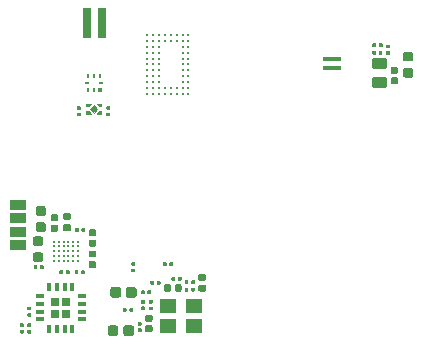
<source format=gbr>
G04 #@! TF.GenerationSoftware,KiCad,Pcbnew,(5.1.5)-3*
G04 #@! TF.CreationDate,2020-09-29T09:43:07+09:00*
G04 #@! TF.ProjectId,WF_Board,57465f42-6f61-4726-942e-6b696361645f,rev?*
G04 #@! TF.SameCoordinates,Original*
G04 #@! TF.FileFunction,Paste,Bot*
G04 #@! TF.FilePolarity,Positive*
%FSLAX46Y46*%
G04 Gerber Fmt 4.6, Leading zero omitted, Abs format (unit mm)*
G04 Created by KiCad (PCBNEW (5.1.5)-3) date 2020-09-29 09:43:07*
%MOMM*%
%LPD*%
G04 APERTURE LIST*
%ADD10C,0.010000*%
%ADD11C,0.304800*%
%ADD12C,0.100000*%
%ADD13R,1.320800X0.812800*%
%ADD14R,0.762000X2.540000*%
%ADD15R,0.740000X0.740000*%
%ADD16R,0.420000X0.420000*%
%ADD17R,0.320000X0.740000*%
%ADD18R,0.740000X0.320000*%
%ADD19R,0.450800X0.270800*%
%ADD20R,0.270800X0.450800*%
%ADD21R,0.370800X0.450800*%
%ADD22R,1.400000X1.200000*%
%ADD23C,0.250000*%
%ADD24R,1.500000X0.450000*%
G04 APERTURE END LIST*
D10*
G36*
X130830000Y-94480000D02*
G01*
X131050000Y-94480000D01*
X131050000Y-94270000D01*
X130650000Y-94270000D01*
X130650000Y-94300000D01*
X130830000Y-94480000D01*
G37*
X130830000Y-94480000D02*
X131050000Y-94480000D01*
X131050000Y-94270000D01*
X130650000Y-94270000D01*
X130650000Y-94300000D01*
X130830000Y-94480000D01*
G36*
X129970000Y-94480000D02*
G01*
X129750000Y-94480000D01*
X129750000Y-94270000D01*
X130150000Y-94270000D01*
X130150000Y-94300000D01*
X129970000Y-94480000D01*
G37*
X129970000Y-94480000D02*
X129750000Y-94480000D01*
X129750000Y-94270000D01*
X130150000Y-94270000D01*
X130150000Y-94300000D01*
X129970000Y-94480000D01*
G36*
X129970000Y-94920000D02*
G01*
X129750000Y-94920000D01*
X129750000Y-95130000D01*
X130150000Y-95130000D01*
X130150000Y-95100000D01*
X129970000Y-94920000D01*
G37*
X129970000Y-94920000D02*
X129750000Y-94920000D01*
X129750000Y-95130000D01*
X130150000Y-95130000D01*
X130150000Y-95100000D01*
X129970000Y-94920000D01*
G36*
X130830000Y-94920000D02*
G01*
X131050000Y-94920000D01*
X131050000Y-95130000D01*
X130650000Y-95130000D01*
X130650000Y-95100000D01*
X130830000Y-94920000D01*
G37*
X130830000Y-94920000D02*
X131050000Y-94920000D01*
X131050000Y-95130000D01*
X130650000Y-95130000D01*
X130650000Y-95100000D01*
X130830000Y-94920000D01*
G36*
X130718200Y-94700000D02*
G01*
X130400000Y-94381803D01*
X130081803Y-94700000D01*
X130400000Y-95018197D01*
X130718200Y-94700000D01*
G37*
X130718200Y-94700000D02*
X130400000Y-94381803D01*
X130081803Y-94700000D01*
X130400000Y-95018197D01*
X130718200Y-94700000D01*
D11*
X127064920Y-107544900D03*
X127464920Y-107544900D03*
X127864920Y-107544900D03*
X128264920Y-107544900D03*
X128664920Y-107544900D03*
X129064920Y-107544900D03*
X127064920Y-107144900D03*
X127464920Y-107144900D03*
X127864920Y-107144900D03*
X128264920Y-107144900D03*
X128664920Y-107144900D03*
X129064920Y-107144900D03*
X127064920Y-106744900D03*
X127464920Y-106744900D03*
X127864920Y-106744900D03*
X128264920Y-106744900D03*
X128664920Y-106744900D03*
X129064920Y-106744900D03*
X127064920Y-106344900D03*
X127464920Y-106344900D03*
X127864920Y-106344900D03*
X128264920Y-106344900D03*
X128664920Y-106344900D03*
X129064920Y-106344900D03*
X127064920Y-105944900D03*
X127464920Y-105944900D03*
X127864920Y-105944900D03*
X128264920Y-105944900D03*
X128664920Y-105944900D03*
X129064920Y-105944900D03*
D12*
G36*
X129240096Y-94485373D02*
G01*
X129247619Y-94486489D01*
X129254997Y-94488337D01*
X129262158Y-94490899D01*
X129269033Y-94494151D01*
X129275557Y-94498061D01*
X129281665Y-94502592D01*
X129287301Y-94507699D01*
X129292408Y-94513335D01*
X129296939Y-94519443D01*
X129300849Y-94525967D01*
X129304101Y-94532842D01*
X129306663Y-94540003D01*
X129308511Y-94547381D01*
X129309627Y-94554904D01*
X129310000Y-94562500D01*
X129310000Y-94717500D01*
X129309627Y-94725096D01*
X129308511Y-94732619D01*
X129306663Y-94739997D01*
X129304101Y-94747158D01*
X129300849Y-94754033D01*
X129296939Y-94760557D01*
X129292408Y-94766665D01*
X129287301Y-94772301D01*
X129281665Y-94777408D01*
X129275557Y-94781939D01*
X129269033Y-94785849D01*
X129262158Y-94789101D01*
X129254997Y-94791663D01*
X129247619Y-94793511D01*
X129240096Y-94794627D01*
X129232500Y-94795000D01*
X129047500Y-94795000D01*
X129039904Y-94794627D01*
X129032381Y-94793511D01*
X129025003Y-94791663D01*
X129017842Y-94789101D01*
X129010967Y-94785849D01*
X129004443Y-94781939D01*
X128998335Y-94777408D01*
X128992699Y-94772301D01*
X128987592Y-94766665D01*
X128983061Y-94760557D01*
X128979151Y-94754033D01*
X128975899Y-94747158D01*
X128973337Y-94739997D01*
X128971489Y-94732619D01*
X128970373Y-94725096D01*
X128970000Y-94717500D01*
X128970000Y-94562500D01*
X128970373Y-94554904D01*
X128971489Y-94547381D01*
X128973337Y-94540003D01*
X128975899Y-94532842D01*
X128979151Y-94525967D01*
X128983061Y-94519443D01*
X128987592Y-94513335D01*
X128992699Y-94507699D01*
X128998335Y-94502592D01*
X129004443Y-94498061D01*
X129010967Y-94494151D01*
X129017842Y-94490899D01*
X129025003Y-94488337D01*
X129032381Y-94486489D01*
X129039904Y-94485373D01*
X129047500Y-94485000D01*
X129232500Y-94485000D01*
X129240096Y-94485373D01*
G37*
G36*
X129240096Y-95035373D02*
G01*
X129247619Y-95036489D01*
X129254997Y-95038337D01*
X129262158Y-95040899D01*
X129269033Y-95044151D01*
X129275557Y-95048061D01*
X129281665Y-95052592D01*
X129287301Y-95057699D01*
X129292408Y-95063335D01*
X129296939Y-95069443D01*
X129300849Y-95075967D01*
X129304101Y-95082842D01*
X129306663Y-95090003D01*
X129308511Y-95097381D01*
X129309627Y-95104904D01*
X129310000Y-95112500D01*
X129310000Y-95267500D01*
X129309627Y-95275096D01*
X129308511Y-95282619D01*
X129306663Y-95289997D01*
X129304101Y-95297158D01*
X129300849Y-95304033D01*
X129296939Y-95310557D01*
X129292408Y-95316665D01*
X129287301Y-95322301D01*
X129281665Y-95327408D01*
X129275557Y-95331939D01*
X129269033Y-95335849D01*
X129262158Y-95339101D01*
X129254997Y-95341663D01*
X129247619Y-95343511D01*
X129240096Y-95344627D01*
X129232500Y-95345000D01*
X129047500Y-95345000D01*
X129039904Y-95344627D01*
X129032381Y-95343511D01*
X129025003Y-95341663D01*
X129017842Y-95339101D01*
X129010967Y-95335849D01*
X129004443Y-95331939D01*
X128998335Y-95327408D01*
X128992699Y-95322301D01*
X128987592Y-95316665D01*
X128983061Y-95310557D01*
X128979151Y-95304033D01*
X128975899Y-95297158D01*
X128973337Y-95289997D01*
X128971489Y-95282619D01*
X128970373Y-95275096D01*
X128970000Y-95267500D01*
X128970000Y-95112500D01*
X128970373Y-95104904D01*
X128971489Y-95097381D01*
X128973337Y-95090003D01*
X128975899Y-95082842D01*
X128979151Y-95075967D01*
X128983061Y-95069443D01*
X128987592Y-95063335D01*
X128992699Y-95057699D01*
X128998335Y-95052592D01*
X129004443Y-95048061D01*
X129010967Y-95044151D01*
X129017842Y-95040899D01*
X129025003Y-95038337D01*
X129032381Y-95036489D01*
X129039904Y-95035373D01*
X129047500Y-95035000D01*
X129232500Y-95035000D01*
X129240096Y-95035373D01*
G37*
G36*
X131760096Y-95040373D02*
G01*
X131767619Y-95041489D01*
X131774997Y-95043337D01*
X131782158Y-95045899D01*
X131789033Y-95049151D01*
X131795557Y-95053061D01*
X131801665Y-95057592D01*
X131807301Y-95062699D01*
X131812408Y-95068335D01*
X131816939Y-95074443D01*
X131820849Y-95080967D01*
X131824101Y-95087842D01*
X131826663Y-95095003D01*
X131828511Y-95102381D01*
X131829627Y-95109904D01*
X131830000Y-95117500D01*
X131830000Y-95272500D01*
X131829627Y-95280096D01*
X131828511Y-95287619D01*
X131826663Y-95294997D01*
X131824101Y-95302158D01*
X131820849Y-95309033D01*
X131816939Y-95315557D01*
X131812408Y-95321665D01*
X131807301Y-95327301D01*
X131801665Y-95332408D01*
X131795557Y-95336939D01*
X131789033Y-95340849D01*
X131782158Y-95344101D01*
X131774997Y-95346663D01*
X131767619Y-95348511D01*
X131760096Y-95349627D01*
X131752500Y-95350000D01*
X131567500Y-95350000D01*
X131559904Y-95349627D01*
X131552381Y-95348511D01*
X131545003Y-95346663D01*
X131537842Y-95344101D01*
X131530967Y-95340849D01*
X131524443Y-95336939D01*
X131518335Y-95332408D01*
X131512699Y-95327301D01*
X131507592Y-95321665D01*
X131503061Y-95315557D01*
X131499151Y-95309033D01*
X131495899Y-95302158D01*
X131493337Y-95294997D01*
X131491489Y-95287619D01*
X131490373Y-95280096D01*
X131490000Y-95272500D01*
X131490000Y-95117500D01*
X131490373Y-95109904D01*
X131491489Y-95102381D01*
X131493337Y-95095003D01*
X131495899Y-95087842D01*
X131499151Y-95080967D01*
X131503061Y-95074443D01*
X131507592Y-95068335D01*
X131512699Y-95062699D01*
X131518335Y-95057592D01*
X131524443Y-95053061D01*
X131530967Y-95049151D01*
X131537842Y-95045899D01*
X131545003Y-95043337D01*
X131552381Y-95041489D01*
X131559904Y-95040373D01*
X131567500Y-95040000D01*
X131752500Y-95040000D01*
X131760096Y-95040373D01*
G37*
G36*
X131760096Y-94490373D02*
G01*
X131767619Y-94491489D01*
X131774997Y-94493337D01*
X131782158Y-94495899D01*
X131789033Y-94499151D01*
X131795557Y-94503061D01*
X131801665Y-94507592D01*
X131807301Y-94512699D01*
X131812408Y-94518335D01*
X131816939Y-94524443D01*
X131820849Y-94530967D01*
X131824101Y-94537842D01*
X131826663Y-94545003D01*
X131828511Y-94552381D01*
X131829627Y-94559904D01*
X131830000Y-94567500D01*
X131830000Y-94722500D01*
X131829627Y-94730096D01*
X131828511Y-94737619D01*
X131826663Y-94744997D01*
X131824101Y-94752158D01*
X131820849Y-94759033D01*
X131816939Y-94765557D01*
X131812408Y-94771665D01*
X131807301Y-94777301D01*
X131801665Y-94782408D01*
X131795557Y-94786939D01*
X131789033Y-94790849D01*
X131782158Y-94794101D01*
X131774997Y-94796663D01*
X131767619Y-94798511D01*
X131760096Y-94799627D01*
X131752500Y-94800000D01*
X131567500Y-94800000D01*
X131559904Y-94799627D01*
X131552381Y-94798511D01*
X131545003Y-94796663D01*
X131537842Y-94794101D01*
X131530967Y-94790849D01*
X131524443Y-94786939D01*
X131518335Y-94782408D01*
X131512699Y-94777301D01*
X131507592Y-94771665D01*
X131503061Y-94765557D01*
X131499151Y-94759033D01*
X131495899Y-94752158D01*
X131493337Y-94744997D01*
X131491489Y-94737619D01*
X131490373Y-94730096D01*
X131490000Y-94722500D01*
X131490000Y-94567500D01*
X131490373Y-94559904D01*
X131491489Y-94552381D01*
X131493337Y-94545003D01*
X131495899Y-94537842D01*
X131499151Y-94530967D01*
X131503061Y-94524443D01*
X131507592Y-94518335D01*
X131512699Y-94512699D01*
X131518335Y-94507592D01*
X131524443Y-94503061D01*
X131530967Y-94499151D01*
X131537842Y-94495899D01*
X131545003Y-94493337D01*
X131552381Y-94491489D01*
X131559904Y-94490373D01*
X131567500Y-94490000D01*
X131752500Y-94490000D01*
X131760096Y-94490373D01*
G37*
G36*
X133870096Y-108240373D02*
G01*
X133877619Y-108241489D01*
X133884997Y-108243337D01*
X133892158Y-108245899D01*
X133899033Y-108249151D01*
X133905557Y-108253061D01*
X133911665Y-108257592D01*
X133917301Y-108262699D01*
X133922408Y-108268335D01*
X133926939Y-108274443D01*
X133930849Y-108280967D01*
X133934101Y-108287842D01*
X133936663Y-108295003D01*
X133938511Y-108302381D01*
X133939627Y-108309904D01*
X133940000Y-108317500D01*
X133940000Y-108472500D01*
X133939627Y-108480096D01*
X133938511Y-108487619D01*
X133936663Y-108494997D01*
X133934101Y-108502158D01*
X133930849Y-108509033D01*
X133926939Y-108515557D01*
X133922408Y-108521665D01*
X133917301Y-108527301D01*
X133911665Y-108532408D01*
X133905557Y-108536939D01*
X133899033Y-108540849D01*
X133892158Y-108544101D01*
X133884997Y-108546663D01*
X133877619Y-108548511D01*
X133870096Y-108549627D01*
X133862500Y-108550000D01*
X133677500Y-108550000D01*
X133669904Y-108549627D01*
X133662381Y-108548511D01*
X133655003Y-108546663D01*
X133647842Y-108544101D01*
X133640967Y-108540849D01*
X133634443Y-108536939D01*
X133628335Y-108532408D01*
X133622699Y-108527301D01*
X133617592Y-108521665D01*
X133613061Y-108515557D01*
X133609151Y-108509033D01*
X133605899Y-108502158D01*
X133603337Y-108494997D01*
X133601489Y-108487619D01*
X133600373Y-108480096D01*
X133600000Y-108472500D01*
X133600000Y-108317500D01*
X133600373Y-108309904D01*
X133601489Y-108302381D01*
X133603337Y-108295003D01*
X133605899Y-108287842D01*
X133609151Y-108280967D01*
X133613061Y-108274443D01*
X133617592Y-108268335D01*
X133622699Y-108262699D01*
X133628335Y-108257592D01*
X133634443Y-108253061D01*
X133640967Y-108249151D01*
X133647842Y-108245899D01*
X133655003Y-108243337D01*
X133662381Y-108241489D01*
X133669904Y-108240373D01*
X133677500Y-108240000D01*
X133862500Y-108240000D01*
X133870096Y-108240373D01*
G37*
G36*
X133870096Y-107690373D02*
G01*
X133877619Y-107691489D01*
X133884997Y-107693337D01*
X133892158Y-107695899D01*
X133899033Y-107699151D01*
X133905557Y-107703061D01*
X133911665Y-107707592D01*
X133917301Y-107712699D01*
X133922408Y-107718335D01*
X133926939Y-107724443D01*
X133930849Y-107730967D01*
X133934101Y-107737842D01*
X133936663Y-107745003D01*
X133938511Y-107752381D01*
X133939627Y-107759904D01*
X133940000Y-107767500D01*
X133940000Y-107922500D01*
X133939627Y-107930096D01*
X133938511Y-107937619D01*
X133936663Y-107944997D01*
X133934101Y-107952158D01*
X133930849Y-107959033D01*
X133926939Y-107965557D01*
X133922408Y-107971665D01*
X133917301Y-107977301D01*
X133911665Y-107982408D01*
X133905557Y-107986939D01*
X133899033Y-107990849D01*
X133892158Y-107994101D01*
X133884997Y-107996663D01*
X133877619Y-107998511D01*
X133870096Y-107999627D01*
X133862500Y-108000000D01*
X133677500Y-108000000D01*
X133669904Y-107999627D01*
X133662381Y-107998511D01*
X133655003Y-107996663D01*
X133647842Y-107994101D01*
X133640967Y-107990849D01*
X133634443Y-107986939D01*
X133628335Y-107982408D01*
X133622699Y-107977301D01*
X133617592Y-107971665D01*
X133613061Y-107965557D01*
X133609151Y-107959033D01*
X133605899Y-107952158D01*
X133603337Y-107944997D01*
X133601489Y-107937619D01*
X133600373Y-107930096D01*
X133600000Y-107922500D01*
X133600000Y-107767500D01*
X133600373Y-107759904D01*
X133601489Y-107752381D01*
X133603337Y-107745003D01*
X133605899Y-107737842D01*
X133609151Y-107730967D01*
X133613061Y-107724443D01*
X133617592Y-107718335D01*
X133622699Y-107712699D01*
X133628335Y-107707592D01*
X133634443Y-107703061D01*
X133640967Y-107699151D01*
X133647842Y-107695899D01*
X133655003Y-107693337D01*
X133662381Y-107691489D01*
X133669904Y-107690373D01*
X133677500Y-107690000D01*
X133862500Y-107690000D01*
X133870096Y-107690373D01*
G37*
G36*
X157283748Y-91245855D02*
G01*
X157303406Y-91248771D01*
X157322683Y-91253600D01*
X157341393Y-91260294D01*
X157359358Y-91268791D01*
X157376403Y-91279007D01*
X157392365Y-91290845D01*
X157407089Y-91304191D01*
X157420435Y-91318915D01*
X157432273Y-91334877D01*
X157442489Y-91351922D01*
X157450986Y-91369887D01*
X157457680Y-91388597D01*
X157462509Y-91407874D01*
X157465425Y-91427532D01*
X157466400Y-91447380D01*
X157466400Y-91852380D01*
X157465425Y-91872228D01*
X157462509Y-91891886D01*
X157457680Y-91911163D01*
X157450986Y-91929873D01*
X157442489Y-91947838D01*
X157432273Y-91964883D01*
X157420435Y-91980845D01*
X157407089Y-91995569D01*
X157392365Y-92008915D01*
X157376403Y-92020753D01*
X157359358Y-92030969D01*
X157341393Y-92039466D01*
X157322683Y-92046160D01*
X157303406Y-92050989D01*
X157283748Y-92053905D01*
X157263900Y-92054880D01*
X156798900Y-92054880D01*
X156779052Y-92053905D01*
X156759394Y-92050989D01*
X156740117Y-92046160D01*
X156721407Y-92039466D01*
X156703442Y-92030969D01*
X156686397Y-92020753D01*
X156670435Y-92008915D01*
X156655711Y-91995569D01*
X156642365Y-91980845D01*
X156630527Y-91964883D01*
X156620311Y-91947838D01*
X156611814Y-91929873D01*
X156605120Y-91911163D01*
X156600291Y-91891886D01*
X156597375Y-91872228D01*
X156596400Y-91852380D01*
X156596400Y-91447380D01*
X156597375Y-91427532D01*
X156600291Y-91407874D01*
X156605120Y-91388597D01*
X156611814Y-91369887D01*
X156620311Y-91351922D01*
X156630527Y-91334877D01*
X156642365Y-91318915D01*
X156655711Y-91304191D01*
X156670435Y-91290845D01*
X156686397Y-91279007D01*
X156703442Y-91268791D01*
X156721407Y-91260294D01*
X156740117Y-91253600D01*
X156759394Y-91248771D01*
X156779052Y-91245855D01*
X156798900Y-91244880D01*
X157263900Y-91244880D01*
X157283748Y-91245855D01*
G37*
G36*
X157283748Y-89885855D02*
G01*
X157303406Y-89888771D01*
X157322683Y-89893600D01*
X157341393Y-89900294D01*
X157359358Y-89908791D01*
X157376403Y-89919007D01*
X157392365Y-89930845D01*
X157407089Y-89944191D01*
X157420435Y-89958915D01*
X157432273Y-89974877D01*
X157442489Y-89991922D01*
X157450986Y-90009887D01*
X157457680Y-90028597D01*
X157462509Y-90047874D01*
X157465425Y-90067532D01*
X157466400Y-90087380D01*
X157466400Y-90492380D01*
X157465425Y-90512228D01*
X157462509Y-90531886D01*
X157457680Y-90551163D01*
X157450986Y-90569873D01*
X157442489Y-90587838D01*
X157432273Y-90604883D01*
X157420435Y-90620845D01*
X157407089Y-90635569D01*
X157392365Y-90648915D01*
X157376403Y-90660753D01*
X157359358Y-90670969D01*
X157341393Y-90679466D01*
X157322683Y-90686160D01*
X157303406Y-90690989D01*
X157283748Y-90693905D01*
X157263900Y-90694880D01*
X156798900Y-90694880D01*
X156779052Y-90693905D01*
X156759394Y-90690989D01*
X156740117Y-90686160D01*
X156721407Y-90679466D01*
X156703442Y-90670969D01*
X156686397Y-90660753D01*
X156670435Y-90648915D01*
X156655711Y-90635569D01*
X156642365Y-90620845D01*
X156630527Y-90604883D01*
X156620311Y-90587838D01*
X156611814Y-90569873D01*
X156605120Y-90551163D01*
X156600291Y-90531886D01*
X156597375Y-90512228D01*
X156596400Y-90492380D01*
X156596400Y-90087380D01*
X156597375Y-90067532D01*
X156600291Y-90047874D01*
X156605120Y-90028597D01*
X156611814Y-90009887D01*
X156620311Y-89991922D01*
X156630527Y-89974877D01*
X156642365Y-89958915D01*
X156655711Y-89944191D01*
X156670435Y-89930845D01*
X156686397Y-89919007D01*
X156703442Y-89908791D01*
X156721407Y-89900294D01*
X156740117Y-89893600D01*
X156759394Y-89888771D01*
X156779052Y-89885855D01*
X156798900Y-89884880D01*
X157263900Y-89884880D01*
X157283748Y-89885855D01*
G37*
G36*
X138910336Y-109217753D02*
G01*
X138917859Y-109218869D01*
X138925237Y-109220717D01*
X138932398Y-109223279D01*
X138939273Y-109226531D01*
X138945797Y-109230441D01*
X138951905Y-109234972D01*
X138957541Y-109240079D01*
X138962648Y-109245715D01*
X138967179Y-109251823D01*
X138971089Y-109258347D01*
X138974341Y-109265222D01*
X138976903Y-109272383D01*
X138978751Y-109279761D01*
X138979867Y-109287284D01*
X138980240Y-109294880D01*
X138980240Y-109479880D01*
X138979867Y-109487476D01*
X138978751Y-109494999D01*
X138976903Y-109502377D01*
X138974341Y-109509538D01*
X138971089Y-109516413D01*
X138967179Y-109522937D01*
X138962648Y-109529045D01*
X138957541Y-109534681D01*
X138951905Y-109539788D01*
X138945797Y-109544319D01*
X138939273Y-109548229D01*
X138932398Y-109551481D01*
X138925237Y-109554043D01*
X138917859Y-109555891D01*
X138910336Y-109557007D01*
X138902740Y-109557380D01*
X138747740Y-109557380D01*
X138740144Y-109557007D01*
X138732621Y-109555891D01*
X138725243Y-109554043D01*
X138718082Y-109551481D01*
X138711207Y-109548229D01*
X138704683Y-109544319D01*
X138698575Y-109539788D01*
X138692939Y-109534681D01*
X138687832Y-109529045D01*
X138683301Y-109522937D01*
X138679391Y-109516413D01*
X138676139Y-109509538D01*
X138673577Y-109502377D01*
X138671729Y-109494999D01*
X138670613Y-109487476D01*
X138670240Y-109479880D01*
X138670240Y-109294880D01*
X138670613Y-109287284D01*
X138671729Y-109279761D01*
X138673577Y-109272383D01*
X138676139Y-109265222D01*
X138679391Y-109258347D01*
X138683301Y-109251823D01*
X138687832Y-109245715D01*
X138692939Y-109240079D01*
X138698575Y-109234972D01*
X138704683Y-109230441D01*
X138711207Y-109226531D01*
X138718082Y-109223279D01*
X138725243Y-109220717D01*
X138732621Y-109218869D01*
X138740144Y-109217753D01*
X138747740Y-109217380D01*
X138902740Y-109217380D01*
X138910336Y-109217753D01*
G37*
G36*
X138360336Y-109217753D02*
G01*
X138367859Y-109218869D01*
X138375237Y-109220717D01*
X138382398Y-109223279D01*
X138389273Y-109226531D01*
X138395797Y-109230441D01*
X138401905Y-109234972D01*
X138407541Y-109240079D01*
X138412648Y-109245715D01*
X138417179Y-109251823D01*
X138421089Y-109258347D01*
X138424341Y-109265222D01*
X138426903Y-109272383D01*
X138428751Y-109279761D01*
X138429867Y-109287284D01*
X138430240Y-109294880D01*
X138430240Y-109479880D01*
X138429867Y-109487476D01*
X138428751Y-109494999D01*
X138426903Y-109502377D01*
X138424341Y-109509538D01*
X138421089Y-109516413D01*
X138417179Y-109522937D01*
X138412648Y-109529045D01*
X138407541Y-109534681D01*
X138401905Y-109539788D01*
X138395797Y-109544319D01*
X138389273Y-109548229D01*
X138382398Y-109551481D01*
X138375237Y-109554043D01*
X138367859Y-109555891D01*
X138360336Y-109557007D01*
X138352740Y-109557380D01*
X138197740Y-109557380D01*
X138190144Y-109557007D01*
X138182621Y-109555891D01*
X138175243Y-109554043D01*
X138168082Y-109551481D01*
X138161207Y-109548229D01*
X138154683Y-109544319D01*
X138148575Y-109539788D01*
X138142939Y-109534681D01*
X138137832Y-109529045D01*
X138133301Y-109522937D01*
X138129391Y-109516413D01*
X138126139Y-109509538D01*
X138123577Y-109502377D01*
X138121729Y-109494999D01*
X138120613Y-109487476D01*
X138120240Y-109479880D01*
X138120240Y-109294880D01*
X138120613Y-109287284D01*
X138121729Y-109279761D01*
X138123577Y-109272383D01*
X138126139Y-109265222D01*
X138129391Y-109258347D01*
X138133301Y-109251823D01*
X138137832Y-109245715D01*
X138142939Y-109240079D01*
X138148575Y-109234972D01*
X138154683Y-109230441D01*
X138161207Y-109226531D01*
X138168082Y-109223279D01*
X138175243Y-109220717D01*
X138182621Y-109218869D01*
X138190144Y-109217753D01*
X138197740Y-109217380D01*
X138352740Y-109217380D01*
X138360336Y-109217753D01*
G37*
G36*
X125944248Y-106858315D02*
G01*
X125963906Y-106861231D01*
X125983183Y-106866060D01*
X126001893Y-106872754D01*
X126019858Y-106881251D01*
X126036903Y-106891467D01*
X126052865Y-106903305D01*
X126067589Y-106916651D01*
X126080935Y-106931375D01*
X126092773Y-106947337D01*
X126102989Y-106964382D01*
X126111486Y-106982347D01*
X126118180Y-107001057D01*
X126123009Y-107020334D01*
X126125925Y-107039992D01*
X126126900Y-107059840D01*
X126126900Y-107464840D01*
X126125925Y-107484688D01*
X126123009Y-107504346D01*
X126118180Y-107523623D01*
X126111486Y-107542333D01*
X126102989Y-107560298D01*
X126092773Y-107577343D01*
X126080935Y-107593305D01*
X126067589Y-107608029D01*
X126052865Y-107621375D01*
X126036903Y-107633213D01*
X126019858Y-107643429D01*
X126001893Y-107651926D01*
X125983183Y-107658620D01*
X125963906Y-107663449D01*
X125944248Y-107666365D01*
X125924400Y-107667340D01*
X125459400Y-107667340D01*
X125439552Y-107666365D01*
X125419894Y-107663449D01*
X125400617Y-107658620D01*
X125381907Y-107651926D01*
X125363942Y-107643429D01*
X125346897Y-107633213D01*
X125330935Y-107621375D01*
X125316211Y-107608029D01*
X125302865Y-107593305D01*
X125291027Y-107577343D01*
X125280811Y-107560298D01*
X125272314Y-107542333D01*
X125265620Y-107523623D01*
X125260791Y-107504346D01*
X125257875Y-107484688D01*
X125256900Y-107464840D01*
X125256900Y-107059840D01*
X125257875Y-107039992D01*
X125260791Y-107020334D01*
X125265620Y-107001057D01*
X125272314Y-106982347D01*
X125280811Y-106964382D01*
X125291027Y-106947337D01*
X125302865Y-106931375D01*
X125316211Y-106916651D01*
X125330935Y-106903305D01*
X125346897Y-106891467D01*
X125363942Y-106881251D01*
X125381907Y-106872754D01*
X125400617Y-106866060D01*
X125419894Y-106861231D01*
X125439552Y-106858315D01*
X125459400Y-106857340D01*
X125924400Y-106857340D01*
X125944248Y-106858315D01*
G37*
G36*
X125944248Y-105498315D02*
G01*
X125963906Y-105501231D01*
X125983183Y-105506060D01*
X126001893Y-105512754D01*
X126019858Y-105521251D01*
X126036903Y-105531467D01*
X126052865Y-105543305D01*
X126067589Y-105556651D01*
X126080935Y-105571375D01*
X126092773Y-105587337D01*
X126102989Y-105604382D01*
X126111486Y-105622347D01*
X126118180Y-105641057D01*
X126123009Y-105660334D01*
X126125925Y-105679992D01*
X126126900Y-105699840D01*
X126126900Y-106104840D01*
X126125925Y-106124688D01*
X126123009Y-106144346D01*
X126118180Y-106163623D01*
X126111486Y-106182333D01*
X126102989Y-106200298D01*
X126092773Y-106217343D01*
X126080935Y-106233305D01*
X126067589Y-106248029D01*
X126052865Y-106261375D01*
X126036903Y-106273213D01*
X126019858Y-106283429D01*
X126001893Y-106291926D01*
X125983183Y-106298620D01*
X125963906Y-106303449D01*
X125944248Y-106306365D01*
X125924400Y-106307340D01*
X125459400Y-106307340D01*
X125439552Y-106306365D01*
X125419894Y-106303449D01*
X125400617Y-106298620D01*
X125381907Y-106291926D01*
X125363942Y-106283429D01*
X125346897Y-106273213D01*
X125330935Y-106261375D01*
X125316211Y-106248029D01*
X125302865Y-106233305D01*
X125291027Y-106217343D01*
X125280811Y-106200298D01*
X125272314Y-106182333D01*
X125265620Y-106163623D01*
X125260791Y-106144346D01*
X125257875Y-106124688D01*
X125256900Y-106104840D01*
X125256900Y-105699840D01*
X125257875Y-105679992D01*
X125260791Y-105660334D01*
X125265620Y-105641057D01*
X125272314Y-105622347D01*
X125280811Y-105604382D01*
X125291027Y-105587337D01*
X125302865Y-105571375D01*
X125316211Y-105556651D01*
X125330935Y-105543305D01*
X125346897Y-105531467D01*
X125363942Y-105521251D01*
X125381907Y-105512754D01*
X125400617Y-105506060D01*
X125419894Y-105501231D01*
X125439552Y-105498315D01*
X125459400Y-105497340D01*
X125924400Y-105497340D01*
X125944248Y-105498315D01*
G37*
G36*
X133123596Y-111561293D02*
G01*
X133131119Y-111562409D01*
X133138497Y-111564257D01*
X133145658Y-111566819D01*
X133152533Y-111570071D01*
X133159057Y-111573981D01*
X133165165Y-111578512D01*
X133170801Y-111583619D01*
X133175908Y-111589255D01*
X133180439Y-111595363D01*
X133184349Y-111601887D01*
X133187601Y-111608762D01*
X133190163Y-111615923D01*
X133192011Y-111623301D01*
X133193127Y-111630824D01*
X133193500Y-111638420D01*
X133193500Y-111823420D01*
X133193127Y-111831016D01*
X133192011Y-111838539D01*
X133190163Y-111845917D01*
X133187601Y-111853078D01*
X133184349Y-111859953D01*
X133180439Y-111866477D01*
X133175908Y-111872585D01*
X133170801Y-111878221D01*
X133165165Y-111883328D01*
X133159057Y-111887859D01*
X133152533Y-111891769D01*
X133145658Y-111895021D01*
X133138497Y-111897583D01*
X133131119Y-111899431D01*
X133123596Y-111900547D01*
X133116000Y-111900920D01*
X132961000Y-111900920D01*
X132953404Y-111900547D01*
X132945881Y-111899431D01*
X132938503Y-111897583D01*
X132931342Y-111895021D01*
X132924467Y-111891769D01*
X132917943Y-111887859D01*
X132911835Y-111883328D01*
X132906199Y-111878221D01*
X132901092Y-111872585D01*
X132896561Y-111866477D01*
X132892651Y-111859953D01*
X132889399Y-111853078D01*
X132886837Y-111845917D01*
X132884989Y-111838539D01*
X132883873Y-111831016D01*
X132883500Y-111823420D01*
X132883500Y-111638420D01*
X132883873Y-111630824D01*
X132884989Y-111623301D01*
X132886837Y-111615923D01*
X132889399Y-111608762D01*
X132892651Y-111601887D01*
X132896561Y-111595363D01*
X132901092Y-111589255D01*
X132906199Y-111583619D01*
X132911835Y-111578512D01*
X132917943Y-111573981D01*
X132924467Y-111570071D01*
X132931342Y-111566819D01*
X132938503Y-111564257D01*
X132945881Y-111562409D01*
X132953404Y-111561293D01*
X132961000Y-111560920D01*
X133116000Y-111560920D01*
X133123596Y-111561293D01*
G37*
G36*
X133673596Y-111561293D02*
G01*
X133681119Y-111562409D01*
X133688497Y-111564257D01*
X133695658Y-111566819D01*
X133702533Y-111570071D01*
X133709057Y-111573981D01*
X133715165Y-111578512D01*
X133720801Y-111583619D01*
X133725908Y-111589255D01*
X133730439Y-111595363D01*
X133734349Y-111601887D01*
X133737601Y-111608762D01*
X133740163Y-111615923D01*
X133742011Y-111623301D01*
X133743127Y-111630824D01*
X133743500Y-111638420D01*
X133743500Y-111823420D01*
X133743127Y-111831016D01*
X133742011Y-111838539D01*
X133740163Y-111845917D01*
X133737601Y-111853078D01*
X133734349Y-111859953D01*
X133730439Y-111866477D01*
X133725908Y-111872585D01*
X133720801Y-111878221D01*
X133715165Y-111883328D01*
X133709057Y-111887859D01*
X133702533Y-111891769D01*
X133695658Y-111895021D01*
X133688497Y-111897583D01*
X133681119Y-111899431D01*
X133673596Y-111900547D01*
X133666000Y-111900920D01*
X133511000Y-111900920D01*
X133503404Y-111900547D01*
X133495881Y-111899431D01*
X133488503Y-111897583D01*
X133481342Y-111895021D01*
X133474467Y-111891769D01*
X133467943Y-111887859D01*
X133461835Y-111883328D01*
X133456199Y-111878221D01*
X133451092Y-111872585D01*
X133446561Y-111866477D01*
X133442651Y-111859953D01*
X133439399Y-111853078D01*
X133436837Y-111845917D01*
X133434989Y-111838539D01*
X133433873Y-111831016D01*
X133433500Y-111823420D01*
X133433500Y-111638420D01*
X133433873Y-111630824D01*
X133434989Y-111623301D01*
X133436837Y-111615923D01*
X133439399Y-111608762D01*
X133442651Y-111601887D01*
X133446561Y-111595363D01*
X133451092Y-111589255D01*
X133456199Y-111583619D01*
X133461835Y-111578512D01*
X133467943Y-111573981D01*
X133474467Y-111570071D01*
X133481342Y-111566819D01*
X133488503Y-111564257D01*
X133495881Y-111562409D01*
X133503404Y-111561293D01*
X133511000Y-111560920D01*
X133666000Y-111560920D01*
X133673596Y-111561293D01*
G37*
G36*
X134675236Y-111438153D02*
G01*
X134682759Y-111439269D01*
X134690137Y-111441117D01*
X134697298Y-111443679D01*
X134704173Y-111446931D01*
X134710697Y-111450841D01*
X134716805Y-111455372D01*
X134722441Y-111460479D01*
X134727548Y-111466115D01*
X134732079Y-111472223D01*
X134735989Y-111478747D01*
X134739241Y-111485622D01*
X134741803Y-111492783D01*
X134743651Y-111500161D01*
X134744767Y-111507684D01*
X134745140Y-111515280D01*
X134745140Y-111670280D01*
X134744767Y-111677876D01*
X134743651Y-111685399D01*
X134741803Y-111692777D01*
X134739241Y-111699938D01*
X134735989Y-111706813D01*
X134732079Y-111713337D01*
X134727548Y-111719445D01*
X134722441Y-111725081D01*
X134716805Y-111730188D01*
X134710697Y-111734719D01*
X134704173Y-111738629D01*
X134697298Y-111741881D01*
X134690137Y-111744443D01*
X134682759Y-111746291D01*
X134675236Y-111747407D01*
X134667640Y-111747780D01*
X134482640Y-111747780D01*
X134475044Y-111747407D01*
X134467521Y-111746291D01*
X134460143Y-111744443D01*
X134452982Y-111741881D01*
X134446107Y-111738629D01*
X134439583Y-111734719D01*
X134433475Y-111730188D01*
X134427839Y-111725081D01*
X134422732Y-111719445D01*
X134418201Y-111713337D01*
X134414291Y-111706813D01*
X134411039Y-111699938D01*
X134408477Y-111692777D01*
X134406629Y-111685399D01*
X134405513Y-111677876D01*
X134405140Y-111670280D01*
X134405140Y-111515280D01*
X134405513Y-111507684D01*
X134406629Y-111500161D01*
X134408477Y-111492783D01*
X134411039Y-111485622D01*
X134414291Y-111478747D01*
X134418201Y-111472223D01*
X134422732Y-111466115D01*
X134427839Y-111460479D01*
X134433475Y-111455372D01*
X134439583Y-111450841D01*
X134446107Y-111446931D01*
X134452982Y-111443679D01*
X134460143Y-111441117D01*
X134467521Y-111439269D01*
X134475044Y-111438153D01*
X134482640Y-111437780D01*
X134667640Y-111437780D01*
X134675236Y-111438153D01*
G37*
G36*
X134675236Y-110888153D02*
G01*
X134682759Y-110889269D01*
X134690137Y-110891117D01*
X134697298Y-110893679D01*
X134704173Y-110896931D01*
X134710697Y-110900841D01*
X134716805Y-110905372D01*
X134722441Y-110910479D01*
X134727548Y-110916115D01*
X134732079Y-110922223D01*
X134735989Y-110928747D01*
X134739241Y-110935622D01*
X134741803Y-110942783D01*
X134743651Y-110950161D01*
X134744767Y-110957684D01*
X134745140Y-110965280D01*
X134745140Y-111120280D01*
X134744767Y-111127876D01*
X134743651Y-111135399D01*
X134741803Y-111142777D01*
X134739241Y-111149938D01*
X134735989Y-111156813D01*
X134732079Y-111163337D01*
X134727548Y-111169445D01*
X134722441Y-111175081D01*
X134716805Y-111180188D01*
X134710697Y-111184719D01*
X134704173Y-111188629D01*
X134697298Y-111191881D01*
X134690137Y-111194443D01*
X134682759Y-111196291D01*
X134675236Y-111197407D01*
X134667640Y-111197780D01*
X134482640Y-111197780D01*
X134475044Y-111197407D01*
X134467521Y-111196291D01*
X134460143Y-111194443D01*
X134452982Y-111191881D01*
X134446107Y-111188629D01*
X134439583Y-111184719D01*
X134433475Y-111180188D01*
X134427839Y-111175081D01*
X134422732Y-111169445D01*
X134418201Y-111163337D01*
X134414291Y-111156813D01*
X134411039Y-111149938D01*
X134408477Y-111142777D01*
X134406629Y-111135399D01*
X134405513Y-111127876D01*
X134405140Y-111120280D01*
X134405140Y-110965280D01*
X134405513Y-110957684D01*
X134406629Y-110950161D01*
X134408477Y-110942783D01*
X134411039Y-110935622D01*
X134414291Y-110928747D01*
X134418201Y-110922223D01*
X134422732Y-110916115D01*
X134427839Y-110910479D01*
X134433475Y-110905372D01*
X134439583Y-110900841D01*
X134446107Y-110896931D01*
X134452982Y-110893679D01*
X134460143Y-110891117D01*
X134467521Y-110889269D01*
X134475044Y-110888153D01*
X134482640Y-110887780D01*
X134667640Y-110887780D01*
X134675236Y-110888153D01*
G37*
G36*
X127260412Y-103648398D02*
G01*
X127274488Y-103650486D01*
X127288291Y-103653944D01*
X127301689Y-103658737D01*
X127314553Y-103664821D01*
X127326758Y-103672137D01*
X127338187Y-103680613D01*
X127348730Y-103690170D01*
X127358287Y-103700713D01*
X127366763Y-103712142D01*
X127374079Y-103724347D01*
X127380163Y-103737211D01*
X127384956Y-103750609D01*
X127388414Y-103764412D01*
X127390502Y-103778488D01*
X127391200Y-103792700D01*
X127391200Y-104082700D01*
X127390502Y-104096912D01*
X127388414Y-104110988D01*
X127384956Y-104124791D01*
X127380163Y-104138189D01*
X127374079Y-104151053D01*
X127366763Y-104163258D01*
X127358287Y-104174687D01*
X127348730Y-104185230D01*
X127338187Y-104194787D01*
X127326758Y-104203263D01*
X127314553Y-104210579D01*
X127301689Y-104216663D01*
X127288291Y-104221456D01*
X127274488Y-104224914D01*
X127260412Y-104227002D01*
X127246200Y-104227700D01*
X126906200Y-104227700D01*
X126891988Y-104227002D01*
X126877912Y-104224914D01*
X126864109Y-104221456D01*
X126850711Y-104216663D01*
X126837847Y-104210579D01*
X126825642Y-104203263D01*
X126814213Y-104194787D01*
X126803670Y-104185230D01*
X126794113Y-104174687D01*
X126785637Y-104163258D01*
X126778321Y-104151053D01*
X126772237Y-104138189D01*
X126767444Y-104124791D01*
X126763986Y-104110988D01*
X126761898Y-104096912D01*
X126761200Y-104082700D01*
X126761200Y-103792700D01*
X126761898Y-103778488D01*
X126763986Y-103764412D01*
X126767444Y-103750609D01*
X126772237Y-103737211D01*
X126778321Y-103724347D01*
X126785637Y-103712142D01*
X126794113Y-103700713D01*
X126803670Y-103690170D01*
X126814213Y-103680613D01*
X126825642Y-103672137D01*
X126837847Y-103664821D01*
X126850711Y-103658737D01*
X126864109Y-103653944D01*
X126877912Y-103650486D01*
X126891988Y-103648398D01*
X126906200Y-103647700D01*
X127246200Y-103647700D01*
X127260412Y-103648398D01*
G37*
G36*
X127260412Y-104538398D02*
G01*
X127274488Y-104540486D01*
X127288291Y-104543944D01*
X127301689Y-104548737D01*
X127314553Y-104554821D01*
X127326758Y-104562137D01*
X127338187Y-104570613D01*
X127348730Y-104580170D01*
X127358287Y-104590713D01*
X127366763Y-104602142D01*
X127374079Y-104614347D01*
X127380163Y-104627211D01*
X127384956Y-104640609D01*
X127388414Y-104654412D01*
X127390502Y-104668488D01*
X127391200Y-104682700D01*
X127391200Y-104972700D01*
X127390502Y-104986912D01*
X127388414Y-105000988D01*
X127384956Y-105014791D01*
X127380163Y-105028189D01*
X127374079Y-105041053D01*
X127366763Y-105053258D01*
X127358287Y-105064687D01*
X127348730Y-105075230D01*
X127338187Y-105084787D01*
X127326758Y-105093263D01*
X127314553Y-105100579D01*
X127301689Y-105106663D01*
X127288291Y-105111456D01*
X127274488Y-105114914D01*
X127260412Y-105117002D01*
X127246200Y-105117700D01*
X126906200Y-105117700D01*
X126891988Y-105117002D01*
X126877912Y-105114914D01*
X126864109Y-105111456D01*
X126850711Y-105106663D01*
X126837847Y-105100579D01*
X126825642Y-105093263D01*
X126814213Y-105084787D01*
X126803670Y-105075230D01*
X126794113Y-105064687D01*
X126785637Y-105053258D01*
X126778321Y-105041053D01*
X126772237Y-105028189D01*
X126767444Y-105014791D01*
X126763986Y-105000988D01*
X126761898Y-104986912D01*
X126761200Y-104972700D01*
X126761200Y-104682700D01*
X126761898Y-104668488D01*
X126763986Y-104654412D01*
X126767444Y-104640609D01*
X126772237Y-104627211D01*
X126778321Y-104614347D01*
X126785637Y-104602142D01*
X126794113Y-104590713D01*
X126803670Y-104580170D01*
X126814213Y-104570613D01*
X126825642Y-104562137D01*
X126837847Y-104554821D01*
X126850711Y-104548737D01*
X126864109Y-104543944D01*
X126877912Y-104540486D01*
X126891988Y-104538398D01*
X126906200Y-104537700D01*
X127246200Y-104537700D01*
X127260412Y-104538398D01*
G37*
G36*
X136826812Y-109553138D02*
G01*
X136840888Y-109555226D01*
X136854691Y-109558684D01*
X136868089Y-109563477D01*
X136880953Y-109569561D01*
X136893158Y-109576877D01*
X136904587Y-109585353D01*
X136915130Y-109594910D01*
X136924687Y-109605453D01*
X136933163Y-109616882D01*
X136940479Y-109629087D01*
X136946563Y-109641951D01*
X136951356Y-109655349D01*
X136954814Y-109669152D01*
X136956902Y-109683228D01*
X136957600Y-109697440D01*
X136957600Y-110037440D01*
X136956902Y-110051652D01*
X136954814Y-110065728D01*
X136951356Y-110079531D01*
X136946563Y-110092929D01*
X136940479Y-110105793D01*
X136933163Y-110117998D01*
X136924687Y-110129427D01*
X136915130Y-110139970D01*
X136904587Y-110149527D01*
X136893158Y-110158003D01*
X136880953Y-110165319D01*
X136868089Y-110171403D01*
X136854691Y-110176196D01*
X136840888Y-110179654D01*
X136826812Y-110181742D01*
X136812600Y-110182440D01*
X136522600Y-110182440D01*
X136508388Y-110181742D01*
X136494312Y-110179654D01*
X136480509Y-110176196D01*
X136467111Y-110171403D01*
X136454247Y-110165319D01*
X136442042Y-110158003D01*
X136430613Y-110149527D01*
X136420070Y-110139970D01*
X136410513Y-110129427D01*
X136402037Y-110117998D01*
X136394721Y-110105793D01*
X136388637Y-110092929D01*
X136383844Y-110079531D01*
X136380386Y-110065728D01*
X136378298Y-110051652D01*
X136377600Y-110037440D01*
X136377600Y-109697440D01*
X136378298Y-109683228D01*
X136380386Y-109669152D01*
X136383844Y-109655349D01*
X136388637Y-109641951D01*
X136394721Y-109629087D01*
X136402037Y-109616882D01*
X136410513Y-109605453D01*
X136420070Y-109594910D01*
X136430613Y-109585353D01*
X136442042Y-109576877D01*
X136454247Y-109569561D01*
X136467111Y-109563477D01*
X136480509Y-109558684D01*
X136494312Y-109555226D01*
X136508388Y-109553138D01*
X136522600Y-109552440D01*
X136812600Y-109552440D01*
X136826812Y-109553138D01*
G37*
G36*
X137716812Y-109553138D02*
G01*
X137730888Y-109555226D01*
X137744691Y-109558684D01*
X137758089Y-109563477D01*
X137770953Y-109569561D01*
X137783158Y-109576877D01*
X137794587Y-109585353D01*
X137805130Y-109594910D01*
X137814687Y-109605453D01*
X137823163Y-109616882D01*
X137830479Y-109629087D01*
X137836563Y-109641951D01*
X137841356Y-109655349D01*
X137844814Y-109669152D01*
X137846902Y-109683228D01*
X137847600Y-109697440D01*
X137847600Y-110037440D01*
X137846902Y-110051652D01*
X137844814Y-110065728D01*
X137841356Y-110079531D01*
X137836563Y-110092929D01*
X137830479Y-110105793D01*
X137823163Y-110117998D01*
X137814687Y-110129427D01*
X137805130Y-110139970D01*
X137794587Y-110149527D01*
X137783158Y-110158003D01*
X137770953Y-110165319D01*
X137758089Y-110171403D01*
X137744691Y-110176196D01*
X137730888Y-110179654D01*
X137716812Y-110181742D01*
X137702600Y-110182440D01*
X137412600Y-110182440D01*
X137398388Y-110181742D01*
X137384312Y-110179654D01*
X137370509Y-110176196D01*
X137357111Y-110171403D01*
X137344247Y-110165319D01*
X137332042Y-110158003D01*
X137320613Y-110149527D01*
X137310070Y-110139970D01*
X137300513Y-110129427D01*
X137292037Y-110117998D01*
X137284721Y-110105793D01*
X137278637Y-110092929D01*
X137273844Y-110079531D01*
X137270386Y-110065728D01*
X137268298Y-110051652D01*
X137267600Y-110037440D01*
X137267600Y-109697440D01*
X137268298Y-109683228D01*
X137270386Y-109669152D01*
X137273844Y-109655349D01*
X137278637Y-109641951D01*
X137284721Y-109629087D01*
X137292037Y-109616882D01*
X137300513Y-109605453D01*
X137310070Y-109594910D01*
X137320613Y-109585353D01*
X137332042Y-109576877D01*
X137344247Y-109569561D01*
X137357111Y-109563477D01*
X137370509Y-109558684D01*
X137384312Y-109555226D01*
X137398388Y-109553138D01*
X137412600Y-109552440D01*
X137702600Y-109552440D01*
X137716812Y-109553138D01*
G37*
G36*
X125061336Y-112002713D02*
G01*
X125068859Y-112003829D01*
X125076237Y-112005677D01*
X125083398Y-112008239D01*
X125090273Y-112011491D01*
X125096797Y-112015401D01*
X125102905Y-112019932D01*
X125108541Y-112025039D01*
X125113648Y-112030675D01*
X125118179Y-112036783D01*
X125122089Y-112043307D01*
X125125341Y-112050182D01*
X125127903Y-112057343D01*
X125129751Y-112064721D01*
X125130867Y-112072244D01*
X125131240Y-112079840D01*
X125131240Y-112234840D01*
X125130867Y-112242436D01*
X125129751Y-112249959D01*
X125127903Y-112257337D01*
X125125341Y-112264498D01*
X125122089Y-112271373D01*
X125118179Y-112277897D01*
X125113648Y-112284005D01*
X125108541Y-112289641D01*
X125102905Y-112294748D01*
X125096797Y-112299279D01*
X125090273Y-112303189D01*
X125083398Y-112306441D01*
X125076237Y-112309003D01*
X125068859Y-112310851D01*
X125061336Y-112311967D01*
X125053740Y-112312340D01*
X124868740Y-112312340D01*
X124861144Y-112311967D01*
X124853621Y-112310851D01*
X124846243Y-112309003D01*
X124839082Y-112306441D01*
X124832207Y-112303189D01*
X124825683Y-112299279D01*
X124819575Y-112294748D01*
X124813939Y-112289641D01*
X124808832Y-112284005D01*
X124804301Y-112277897D01*
X124800391Y-112271373D01*
X124797139Y-112264498D01*
X124794577Y-112257337D01*
X124792729Y-112249959D01*
X124791613Y-112242436D01*
X124791240Y-112234840D01*
X124791240Y-112079840D01*
X124791613Y-112072244D01*
X124792729Y-112064721D01*
X124794577Y-112057343D01*
X124797139Y-112050182D01*
X124800391Y-112043307D01*
X124804301Y-112036783D01*
X124808832Y-112030675D01*
X124813939Y-112025039D01*
X124819575Y-112019932D01*
X124825683Y-112015401D01*
X124832207Y-112011491D01*
X124839082Y-112008239D01*
X124846243Y-112005677D01*
X124853621Y-112003829D01*
X124861144Y-112002713D01*
X124868740Y-112002340D01*
X125053740Y-112002340D01*
X125061336Y-112002713D01*
G37*
G36*
X125061336Y-111452713D02*
G01*
X125068859Y-111453829D01*
X125076237Y-111455677D01*
X125083398Y-111458239D01*
X125090273Y-111461491D01*
X125096797Y-111465401D01*
X125102905Y-111469932D01*
X125108541Y-111475039D01*
X125113648Y-111480675D01*
X125118179Y-111486783D01*
X125122089Y-111493307D01*
X125125341Y-111500182D01*
X125127903Y-111507343D01*
X125129751Y-111514721D01*
X125130867Y-111522244D01*
X125131240Y-111529840D01*
X125131240Y-111684840D01*
X125130867Y-111692436D01*
X125129751Y-111699959D01*
X125127903Y-111707337D01*
X125125341Y-111714498D01*
X125122089Y-111721373D01*
X125118179Y-111727897D01*
X125113648Y-111734005D01*
X125108541Y-111739641D01*
X125102905Y-111744748D01*
X125096797Y-111749279D01*
X125090273Y-111753189D01*
X125083398Y-111756441D01*
X125076237Y-111759003D01*
X125068859Y-111760851D01*
X125061336Y-111761967D01*
X125053740Y-111762340D01*
X124868740Y-111762340D01*
X124861144Y-111761967D01*
X124853621Y-111760851D01*
X124846243Y-111759003D01*
X124839082Y-111756441D01*
X124832207Y-111753189D01*
X124825683Y-111749279D01*
X124819575Y-111744748D01*
X124813939Y-111739641D01*
X124808832Y-111734005D01*
X124804301Y-111727897D01*
X124800391Y-111721373D01*
X124797139Y-111714498D01*
X124794577Y-111707337D01*
X124792729Y-111699959D01*
X124791613Y-111692436D01*
X124791240Y-111684840D01*
X124791240Y-111529840D01*
X124791613Y-111522244D01*
X124792729Y-111514721D01*
X124794577Y-111507343D01*
X124797139Y-111500182D01*
X124800391Y-111493307D01*
X124804301Y-111486783D01*
X124808832Y-111480675D01*
X124813939Y-111475039D01*
X124819575Y-111469932D01*
X124825683Y-111465401D01*
X124832207Y-111461491D01*
X124839082Y-111458239D01*
X124846243Y-111455677D01*
X124853621Y-111453829D01*
X124861144Y-111452713D01*
X124868740Y-111452340D01*
X125053740Y-111452340D01*
X125061336Y-111452713D01*
G37*
G36*
X139770772Y-109593878D02*
G01*
X139784848Y-109595966D01*
X139798651Y-109599424D01*
X139812049Y-109604217D01*
X139824913Y-109610301D01*
X139837118Y-109617617D01*
X139848547Y-109626093D01*
X139859090Y-109635650D01*
X139868647Y-109646193D01*
X139877123Y-109657622D01*
X139884439Y-109669827D01*
X139890523Y-109682691D01*
X139895316Y-109696089D01*
X139898774Y-109709892D01*
X139900862Y-109723968D01*
X139901560Y-109738180D01*
X139901560Y-110028180D01*
X139900862Y-110042392D01*
X139898774Y-110056468D01*
X139895316Y-110070271D01*
X139890523Y-110083669D01*
X139884439Y-110096533D01*
X139877123Y-110108738D01*
X139868647Y-110120167D01*
X139859090Y-110130710D01*
X139848547Y-110140267D01*
X139837118Y-110148743D01*
X139824913Y-110156059D01*
X139812049Y-110162143D01*
X139798651Y-110166936D01*
X139784848Y-110170394D01*
X139770772Y-110172482D01*
X139756560Y-110173180D01*
X139416560Y-110173180D01*
X139402348Y-110172482D01*
X139388272Y-110170394D01*
X139374469Y-110166936D01*
X139361071Y-110162143D01*
X139348207Y-110156059D01*
X139336002Y-110148743D01*
X139324573Y-110140267D01*
X139314030Y-110130710D01*
X139304473Y-110120167D01*
X139295997Y-110108738D01*
X139288681Y-110096533D01*
X139282597Y-110083669D01*
X139277804Y-110070271D01*
X139274346Y-110056468D01*
X139272258Y-110042392D01*
X139271560Y-110028180D01*
X139271560Y-109738180D01*
X139272258Y-109723968D01*
X139274346Y-109709892D01*
X139277804Y-109696089D01*
X139282597Y-109682691D01*
X139288681Y-109669827D01*
X139295997Y-109657622D01*
X139304473Y-109646193D01*
X139314030Y-109635650D01*
X139324573Y-109626093D01*
X139336002Y-109617617D01*
X139348207Y-109610301D01*
X139361071Y-109604217D01*
X139374469Y-109599424D01*
X139388272Y-109595966D01*
X139402348Y-109593878D01*
X139416560Y-109593180D01*
X139756560Y-109593180D01*
X139770772Y-109593878D01*
G37*
G36*
X139770772Y-108703878D02*
G01*
X139784848Y-108705966D01*
X139798651Y-108709424D01*
X139812049Y-108714217D01*
X139824913Y-108720301D01*
X139837118Y-108727617D01*
X139848547Y-108736093D01*
X139859090Y-108745650D01*
X139868647Y-108756193D01*
X139877123Y-108767622D01*
X139884439Y-108779827D01*
X139890523Y-108792691D01*
X139895316Y-108806089D01*
X139898774Y-108819892D01*
X139900862Y-108833968D01*
X139901560Y-108848180D01*
X139901560Y-109138180D01*
X139900862Y-109152392D01*
X139898774Y-109166468D01*
X139895316Y-109180271D01*
X139890523Y-109193669D01*
X139884439Y-109206533D01*
X139877123Y-109218738D01*
X139868647Y-109230167D01*
X139859090Y-109240710D01*
X139848547Y-109250267D01*
X139837118Y-109258743D01*
X139824913Y-109266059D01*
X139812049Y-109272143D01*
X139798651Y-109276936D01*
X139784848Y-109280394D01*
X139770772Y-109282482D01*
X139756560Y-109283180D01*
X139416560Y-109283180D01*
X139402348Y-109282482D01*
X139388272Y-109280394D01*
X139374469Y-109276936D01*
X139361071Y-109272143D01*
X139348207Y-109266059D01*
X139336002Y-109258743D01*
X139324573Y-109250267D01*
X139314030Y-109240710D01*
X139304473Y-109230167D01*
X139295997Y-109218738D01*
X139288681Y-109206533D01*
X139282597Y-109193669D01*
X139277804Y-109180271D01*
X139274346Y-109166468D01*
X139272258Y-109152392D01*
X139271560Y-109138180D01*
X139271560Y-108848180D01*
X139272258Y-108833968D01*
X139274346Y-108819892D01*
X139277804Y-108806089D01*
X139282597Y-108792691D01*
X139288681Y-108779827D01*
X139295997Y-108767622D01*
X139304473Y-108756193D01*
X139314030Y-108745650D01*
X139324573Y-108736093D01*
X139336002Y-108727617D01*
X139348207Y-108720301D01*
X139361071Y-108714217D01*
X139374469Y-108709424D01*
X139388272Y-108705966D01*
X139402348Y-108703878D01*
X139416560Y-108703180D01*
X139756560Y-108703180D01*
X139770772Y-108703878D01*
G37*
G36*
X135262272Y-112140498D02*
G01*
X135276348Y-112142586D01*
X135290151Y-112146044D01*
X135303549Y-112150837D01*
X135316413Y-112156921D01*
X135328618Y-112164237D01*
X135340047Y-112172713D01*
X135350590Y-112182270D01*
X135360147Y-112192813D01*
X135368623Y-112204242D01*
X135375939Y-112216447D01*
X135382023Y-112229311D01*
X135386816Y-112242709D01*
X135390274Y-112256512D01*
X135392362Y-112270588D01*
X135393060Y-112284800D01*
X135393060Y-112574800D01*
X135392362Y-112589012D01*
X135390274Y-112603088D01*
X135386816Y-112616891D01*
X135382023Y-112630289D01*
X135375939Y-112643153D01*
X135368623Y-112655358D01*
X135360147Y-112666787D01*
X135350590Y-112677330D01*
X135340047Y-112686887D01*
X135328618Y-112695363D01*
X135316413Y-112702679D01*
X135303549Y-112708763D01*
X135290151Y-112713556D01*
X135276348Y-112717014D01*
X135262272Y-112719102D01*
X135248060Y-112719800D01*
X134908060Y-112719800D01*
X134893848Y-112719102D01*
X134879772Y-112717014D01*
X134865969Y-112713556D01*
X134852571Y-112708763D01*
X134839707Y-112702679D01*
X134827502Y-112695363D01*
X134816073Y-112686887D01*
X134805530Y-112677330D01*
X134795973Y-112666787D01*
X134787497Y-112655358D01*
X134780181Y-112643153D01*
X134774097Y-112630289D01*
X134769304Y-112616891D01*
X134765846Y-112603088D01*
X134763758Y-112589012D01*
X134763060Y-112574800D01*
X134763060Y-112284800D01*
X134763758Y-112270588D01*
X134765846Y-112256512D01*
X134769304Y-112242709D01*
X134774097Y-112229311D01*
X134780181Y-112216447D01*
X134787497Y-112204242D01*
X134795973Y-112192813D01*
X134805530Y-112182270D01*
X134816073Y-112172713D01*
X134827502Y-112164237D01*
X134839707Y-112156921D01*
X134852571Y-112150837D01*
X134865969Y-112146044D01*
X134879772Y-112142586D01*
X134893848Y-112140498D01*
X134908060Y-112139800D01*
X135248060Y-112139800D01*
X135262272Y-112140498D01*
G37*
G36*
X135262272Y-113030498D02*
G01*
X135276348Y-113032586D01*
X135290151Y-113036044D01*
X135303549Y-113040837D01*
X135316413Y-113046921D01*
X135328618Y-113054237D01*
X135340047Y-113062713D01*
X135350590Y-113072270D01*
X135360147Y-113082813D01*
X135368623Y-113094242D01*
X135375939Y-113106447D01*
X135382023Y-113119311D01*
X135386816Y-113132709D01*
X135390274Y-113146512D01*
X135392362Y-113160588D01*
X135393060Y-113174800D01*
X135393060Y-113464800D01*
X135392362Y-113479012D01*
X135390274Y-113493088D01*
X135386816Y-113506891D01*
X135382023Y-113520289D01*
X135375939Y-113533153D01*
X135368623Y-113545358D01*
X135360147Y-113556787D01*
X135350590Y-113567330D01*
X135340047Y-113576887D01*
X135328618Y-113585363D01*
X135316413Y-113592679D01*
X135303549Y-113598763D01*
X135290151Y-113603556D01*
X135276348Y-113607014D01*
X135262272Y-113609102D01*
X135248060Y-113609800D01*
X134908060Y-113609800D01*
X134893848Y-113609102D01*
X134879772Y-113607014D01*
X134865969Y-113603556D01*
X134852571Y-113598763D01*
X134839707Y-113592679D01*
X134827502Y-113585363D01*
X134816073Y-113576887D01*
X134805530Y-113567330D01*
X134795973Y-113556787D01*
X134787497Y-113545358D01*
X134780181Y-113533153D01*
X134774097Y-113520289D01*
X134769304Y-113506891D01*
X134765846Y-113493088D01*
X134763758Y-113479012D01*
X134763060Y-113464800D01*
X134763060Y-113174800D01*
X134763758Y-113160588D01*
X134765846Y-113146512D01*
X134769304Y-113132709D01*
X134774097Y-113119311D01*
X134780181Y-113106447D01*
X134787497Y-113094242D01*
X134795973Y-113082813D01*
X134805530Y-113072270D01*
X134816073Y-113062713D01*
X134827502Y-113054237D01*
X134839707Y-113046921D01*
X134852571Y-113040837D01*
X134865969Y-113036044D01*
X134879772Y-113032586D01*
X134893848Y-113030498D01*
X134908060Y-113029800D01*
X135248060Y-113029800D01*
X135262272Y-113030498D01*
G37*
G36*
X125560416Y-107954493D02*
G01*
X125567939Y-107955609D01*
X125575317Y-107957457D01*
X125582478Y-107960019D01*
X125589353Y-107963271D01*
X125595877Y-107967181D01*
X125601985Y-107971712D01*
X125607621Y-107976819D01*
X125612728Y-107982455D01*
X125617259Y-107988563D01*
X125621169Y-107995087D01*
X125624421Y-108001962D01*
X125626983Y-108009123D01*
X125628831Y-108016501D01*
X125629947Y-108024024D01*
X125630320Y-108031620D01*
X125630320Y-108216620D01*
X125629947Y-108224216D01*
X125628831Y-108231739D01*
X125626983Y-108239117D01*
X125624421Y-108246278D01*
X125621169Y-108253153D01*
X125617259Y-108259677D01*
X125612728Y-108265785D01*
X125607621Y-108271421D01*
X125601985Y-108276528D01*
X125595877Y-108281059D01*
X125589353Y-108284969D01*
X125582478Y-108288221D01*
X125575317Y-108290783D01*
X125567939Y-108292631D01*
X125560416Y-108293747D01*
X125552820Y-108294120D01*
X125397820Y-108294120D01*
X125390224Y-108293747D01*
X125382701Y-108292631D01*
X125375323Y-108290783D01*
X125368162Y-108288221D01*
X125361287Y-108284969D01*
X125354763Y-108281059D01*
X125348655Y-108276528D01*
X125343019Y-108271421D01*
X125337912Y-108265785D01*
X125333381Y-108259677D01*
X125329471Y-108253153D01*
X125326219Y-108246278D01*
X125323657Y-108239117D01*
X125321809Y-108231739D01*
X125320693Y-108224216D01*
X125320320Y-108216620D01*
X125320320Y-108031620D01*
X125320693Y-108024024D01*
X125321809Y-108016501D01*
X125323657Y-108009123D01*
X125326219Y-108001962D01*
X125329471Y-107995087D01*
X125333381Y-107988563D01*
X125337912Y-107982455D01*
X125343019Y-107976819D01*
X125348655Y-107971712D01*
X125354763Y-107967181D01*
X125361287Y-107963271D01*
X125368162Y-107960019D01*
X125375323Y-107957457D01*
X125382701Y-107955609D01*
X125390224Y-107954493D01*
X125397820Y-107954120D01*
X125552820Y-107954120D01*
X125560416Y-107954493D01*
G37*
G36*
X126110416Y-107954493D02*
G01*
X126117939Y-107955609D01*
X126125317Y-107957457D01*
X126132478Y-107960019D01*
X126139353Y-107963271D01*
X126145877Y-107967181D01*
X126151985Y-107971712D01*
X126157621Y-107976819D01*
X126162728Y-107982455D01*
X126167259Y-107988563D01*
X126171169Y-107995087D01*
X126174421Y-108001962D01*
X126176983Y-108009123D01*
X126178831Y-108016501D01*
X126179947Y-108024024D01*
X126180320Y-108031620D01*
X126180320Y-108216620D01*
X126179947Y-108224216D01*
X126178831Y-108231739D01*
X126176983Y-108239117D01*
X126174421Y-108246278D01*
X126171169Y-108253153D01*
X126167259Y-108259677D01*
X126162728Y-108265785D01*
X126157621Y-108271421D01*
X126151985Y-108276528D01*
X126145877Y-108281059D01*
X126139353Y-108284969D01*
X126132478Y-108288221D01*
X126125317Y-108290783D01*
X126117939Y-108292631D01*
X126110416Y-108293747D01*
X126102820Y-108294120D01*
X125947820Y-108294120D01*
X125940224Y-108293747D01*
X125932701Y-108292631D01*
X125925323Y-108290783D01*
X125918162Y-108288221D01*
X125911287Y-108284969D01*
X125904763Y-108281059D01*
X125898655Y-108276528D01*
X125893019Y-108271421D01*
X125887912Y-108265785D01*
X125883381Y-108259677D01*
X125879471Y-108253153D01*
X125876219Y-108246278D01*
X125873657Y-108239117D01*
X125871809Y-108231739D01*
X125870693Y-108224216D01*
X125870320Y-108216620D01*
X125870320Y-108031620D01*
X125870693Y-108024024D01*
X125871809Y-108016501D01*
X125873657Y-108009123D01*
X125876219Y-108001962D01*
X125879471Y-107995087D01*
X125883381Y-107988563D01*
X125887912Y-107982455D01*
X125893019Y-107976819D01*
X125898655Y-107971712D01*
X125904763Y-107967181D01*
X125911287Y-107963271D01*
X125918162Y-107960019D01*
X125925323Y-107957457D01*
X125932701Y-107955609D01*
X125940224Y-107954493D01*
X125947820Y-107954120D01*
X126102820Y-107954120D01*
X126110416Y-107954493D01*
G37*
G36*
X126170308Y-102948155D02*
G01*
X126189966Y-102951071D01*
X126209243Y-102955900D01*
X126227953Y-102962594D01*
X126245918Y-102971091D01*
X126262963Y-102981307D01*
X126278925Y-102993145D01*
X126293649Y-103006491D01*
X126306995Y-103021215D01*
X126318833Y-103037177D01*
X126329049Y-103054222D01*
X126337546Y-103072187D01*
X126344240Y-103090897D01*
X126349069Y-103110174D01*
X126351985Y-103129832D01*
X126352960Y-103149680D01*
X126352960Y-103554680D01*
X126351985Y-103574528D01*
X126349069Y-103594186D01*
X126344240Y-103613463D01*
X126337546Y-103632173D01*
X126329049Y-103650138D01*
X126318833Y-103667183D01*
X126306995Y-103683145D01*
X126293649Y-103697869D01*
X126278925Y-103711215D01*
X126262963Y-103723053D01*
X126245918Y-103733269D01*
X126227953Y-103741766D01*
X126209243Y-103748460D01*
X126189966Y-103753289D01*
X126170308Y-103756205D01*
X126150460Y-103757180D01*
X125685460Y-103757180D01*
X125665612Y-103756205D01*
X125645954Y-103753289D01*
X125626677Y-103748460D01*
X125607967Y-103741766D01*
X125590002Y-103733269D01*
X125572957Y-103723053D01*
X125556995Y-103711215D01*
X125542271Y-103697869D01*
X125528925Y-103683145D01*
X125517087Y-103667183D01*
X125506871Y-103650138D01*
X125498374Y-103632173D01*
X125491680Y-103613463D01*
X125486851Y-103594186D01*
X125483935Y-103574528D01*
X125482960Y-103554680D01*
X125482960Y-103149680D01*
X125483935Y-103129832D01*
X125486851Y-103110174D01*
X125491680Y-103090897D01*
X125498374Y-103072187D01*
X125506871Y-103054222D01*
X125517087Y-103037177D01*
X125528925Y-103021215D01*
X125542271Y-103006491D01*
X125556995Y-102993145D01*
X125572957Y-102981307D01*
X125590002Y-102971091D01*
X125607967Y-102962594D01*
X125626677Y-102955900D01*
X125645954Y-102951071D01*
X125665612Y-102948155D01*
X125685460Y-102947180D01*
X126150460Y-102947180D01*
X126170308Y-102948155D01*
G37*
G36*
X126170308Y-104308155D02*
G01*
X126189966Y-104311071D01*
X126209243Y-104315900D01*
X126227953Y-104322594D01*
X126245918Y-104331091D01*
X126262963Y-104341307D01*
X126278925Y-104353145D01*
X126293649Y-104366491D01*
X126306995Y-104381215D01*
X126318833Y-104397177D01*
X126329049Y-104414222D01*
X126337546Y-104432187D01*
X126344240Y-104450897D01*
X126349069Y-104470174D01*
X126351985Y-104489832D01*
X126352960Y-104509680D01*
X126352960Y-104914680D01*
X126351985Y-104934528D01*
X126349069Y-104954186D01*
X126344240Y-104973463D01*
X126337546Y-104992173D01*
X126329049Y-105010138D01*
X126318833Y-105027183D01*
X126306995Y-105043145D01*
X126293649Y-105057869D01*
X126278925Y-105071215D01*
X126262963Y-105083053D01*
X126245918Y-105093269D01*
X126227953Y-105101766D01*
X126209243Y-105108460D01*
X126189966Y-105113289D01*
X126170308Y-105116205D01*
X126150460Y-105117180D01*
X125685460Y-105117180D01*
X125665612Y-105116205D01*
X125645954Y-105113289D01*
X125626677Y-105108460D01*
X125607967Y-105101766D01*
X125590002Y-105093269D01*
X125572957Y-105083053D01*
X125556995Y-105071215D01*
X125542271Y-105057869D01*
X125528925Y-105043145D01*
X125517087Y-105027183D01*
X125506871Y-105010138D01*
X125498374Y-104992173D01*
X125491680Y-104973463D01*
X125486851Y-104954186D01*
X125483935Y-104934528D01*
X125482960Y-104914680D01*
X125482960Y-104509680D01*
X125483935Y-104489832D01*
X125486851Y-104470174D01*
X125491680Y-104450897D01*
X125498374Y-104432187D01*
X125506871Y-104414222D01*
X125517087Y-104397177D01*
X125528925Y-104381215D01*
X125542271Y-104366491D01*
X125556995Y-104353145D01*
X125572957Y-104341307D01*
X125590002Y-104331091D01*
X125607967Y-104322594D01*
X125626677Y-104315900D01*
X125645954Y-104311071D01*
X125665612Y-104308155D01*
X125685460Y-104307180D01*
X126150460Y-104307180D01*
X126170308Y-104308155D01*
G37*
G36*
X130491292Y-104906198D02*
G01*
X130505368Y-104908286D01*
X130519171Y-104911744D01*
X130532569Y-104916537D01*
X130545433Y-104922621D01*
X130557638Y-104929937D01*
X130569067Y-104938413D01*
X130579610Y-104947970D01*
X130589167Y-104958513D01*
X130597643Y-104969942D01*
X130604959Y-104982147D01*
X130611043Y-104995011D01*
X130615836Y-105008409D01*
X130619294Y-105022212D01*
X130621382Y-105036288D01*
X130622080Y-105050500D01*
X130622080Y-105340500D01*
X130621382Y-105354712D01*
X130619294Y-105368788D01*
X130615836Y-105382591D01*
X130611043Y-105395989D01*
X130604959Y-105408853D01*
X130597643Y-105421058D01*
X130589167Y-105432487D01*
X130579610Y-105443030D01*
X130569067Y-105452587D01*
X130557638Y-105461063D01*
X130545433Y-105468379D01*
X130532569Y-105474463D01*
X130519171Y-105479256D01*
X130505368Y-105482714D01*
X130491292Y-105484802D01*
X130477080Y-105485500D01*
X130137080Y-105485500D01*
X130122868Y-105484802D01*
X130108792Y-105482714D01*
X130094989Y-105479256D01*
X130081591Y-105474463D01*
X130068727Y-105468379D01*
X130056522Y-105461063D01*
X130045093Y-105452587D01*
X130034550Y-105443030D01*
X130024993Y-105432487D01*
X130016517Y-105421058D01*
X130009201Y-105408853D01*
X130003117Y-105395989D01*
X129998324Y-105382591D01*
X129994866Y-105368788D01*
X129992778Y-105354712D01*
X129992080Y-105340500D01*
X129992080Y-105050500D01*
X129992778Y-105036288D01*
X129994866Y-105022212D01*
X129998324Y-105008409D01*
X130003117Y-104995011D01*
X130009201Y-104982147D01*
X130016517Y-104969942D01*
X130024993Y-104958513D01*
X130034550Y-104947970D01*
X130045093Y-104938413D01*
X130056522Y-104929937D01*
X130068727Y-104922621D01*
X130081591Y-104916537D01*
X130094989Y-104911744D01*
X130108792Y-104908286D01*
X130122868Y-104906198D01*
X130137080Y-104905500D01*
X130477080Y-104905500D01*
X130491292Y-104906198D01*
G37*
G36*
X130491292Y-105796198D02*
G01*
X130505368Y-105798286D01*
X130519171Y-105801744D01*
X130532569Y-105806537D01*
X130545433Y-105812621D01*
X130557638Y-105819937D01*
X130569067Y-105828413D01*
X130579610Y-105837970D01*
X130589167Y-105848513D01*
X130597643Y-105859942D01*
X130604959Y-105872147D01*
X130611043Y-105885011D01*
X130615836Y-105898409D01*
X130619294Y-105912212D01*
X130621382Y-105926288D01*
X130622080Y-105940500D01*
X130622080Y-106230500D01*
X130621382Y-106244712D01*
X130619294Y-106258788D01*
X130615836Y-106272591D01*
X130611043Y-106285989D01*
X130604959Y-106298853D01*
X130597643Y-106311058D01*
X130589167Y-106322487D01*
X130579610Y-106333030D01*
X130569067Y-106342587D01*
X130557638Y-106351063D01*
X130545433Y-106358379D01*
X130532569Y-106364463D01*
X130519171Y-106369256D01*
X130505368Y-106372714D01*
X130491292Y-106374802D01*
X130477080Y-106375500D01*
X130137080Y-106375500D01*
X130122868Y-106374802D01*
X130108792Y-106372714D01*
X130094989Y-106369256D01*
X130081591Y-106364463D01*
X130068727Y-106358379D01*
X130056522Y-106351063D01*
X130045093Y-106342587D01*
X130034550Y-106333030D01*
X130024993Y-106322487D01*
X130016517Y-106311058D01*
X130009201Y-106298853D01*
X130003117Y-106285989D01*
X129998324Y-106272591D01*
X129994866Y-106258788D01*
X129992778Y-106244712D01*
X129992080Y-106230500D01*
X129992080Y-105940500D01*
X129992778Y-105926288D01*
X129994866Y-105912212D01*
X129998324Y-105898409D01*
X130003117Y-105885011D01*
X130009201Y-105872147D01*
X130016517Y-105859942D01*
X130024993Y-105848513D01*
X130034550Y-105837970D01*
X130045093Y-105828413D01*
X130056522Y-105819937D01*
X130068727Y-105812621D01*
X130081591Y-105806537D01*
X130094989Y-105801744D01*
X130108792Y-105798286D01*
X130122868Y-105796198D01*
X130137080Y-105795500D01*
X130477080Y-105795500D01*
X130491292Y-105796198D01*
G37*
G36*
X155065629Y-92014660D02*
G01*
X155088198Y-92018007D01*
X155110331Y-92023551D01*
X155131814Y-92031238D01*
X155152440Y-92040993D01*
X155172010Y-92052723D01*
X155190336Y-92066315D01*
X155207242Y-92081638D01*
X155222565Y-92098544D01*
X155236157Y-92116870D01*
X155247887Y-92136440D01*
X155257642Y-92157066D01*
X155265329Y-92178549D01*
X155270873Y-92200682D01*
X155274220Y-92223251D01*
X155275340Y-92246040D01*
X155275340Y-92711040D01*
X155274220Y-92733829D01*
X155270873Y-92756398D01*
X155265329Y-92778531D01*
X155257642Y-92800014D01*
X155247887Y-92820640D01*
X155236157Y-92840210D01*
X155222565Y-92858536D01*
X155207242Y-92875442D01*
X155190336Y-92890765D01*
X155172010Y-92904357D01*
X155152440Y-92916087D01*
X155131814Y-92925842D01*
X155110331Y-92933529D01*
X155088198Y-92939073D01*
X155065629Y-92942420D01*
X155042840Y-92943540D01*
X154187840Y-92943540D01*
X154165051Y-92942420D01*
X154142482Y-92939073D01*
X154120349Y-92933529D01*
X154098866Y-92925842D01*
X154078240Y-92916087D01*
X154058670Y-92904357D01*
X154040344Y-92890765D01*
X154023438Y-92875442D01*
X154008115Y-92858536D01*
X153994523Y-92840210D01*
X153982793Y-92820640D01*
X153973038Y-92800014D01*
X153965351Y-92778531D01*
X153959807Y-92756398D01*
X153956460Y-92733829D01*
X153955340Y-92711040D01*
X153955340Y-92246040D01*
X153956460Y-92223251D01*
X153959807Y-92200682D01*
X153965351Y-92178549D01*
X153973038Y-92157066D01*
X153982793Y-92136440D01*
X153994523Y-92116870D01*
X154008115Y-92098544D01*
X154023438Y-92081638D01*
X154040344Y-92066315D01*
X154058670Y-92052723D01*
X154078240Y-92040993D01*
X154098866Y-92031238D01*
X154120349Y-92023551D01*
X154142482Y-92018007D01*
X154165051Y-92014660D01*
X154187840Y-92013540D01*
X155042840Y-92013540D01*
X155065629Y-92014660D01*
G37*
G36*
X155065629Y-90374660D02*
G01*
X155088198Y-90378007D01*
X155110331Y-90383551D01*
X155131814Y-90391238D01*
X155152440Y-90400993D01*
X155172010Y-90412723D01*
X155190336Y-90426315D01*
X155207242Y-90441638D01*
X155222565Y-90458544D01*
X155236157Y-90476870D01*
X155247887Y-90496440D01*
X155257642Y-90517066D01*
X155265329Y-90538549D01*
X155270873Y-90560682D01*
X155274220Y-90583251D01*
X155275340Y-90606040D01*
X155275340Y-91071040D01*
X155274220Y-91093829D01*
X155270873Y-91116398D01*
X155265329Y-91138531D01*
X155257642Y-91160014D01*
X155247887Y-91180640D01*
X155236157Y-91200210D01*
X155222565Y-91218536D01*
X155207242Y-91235442D01*
X155190336Y-91250765D01*
X155172010Y-91264357D01*
X155152440Y-91276087D01*
X155131814Y-91285842D01*
X155110331Y-91293529D01*
X155088198Y-91299073D01*
X155065629Y-91302420D01*
X155042840Y-91303540D01*
X154187840Y-91303540D01*
X154165051Y-91302420D01*
X154142482Y-91299073D01*
X154120349Y-91293529D01*
X154098866Y-91285842D01*
X154078240Y-91276087D01*
X154058670Y-91264357D01*
X154040344Y-91250765D01*
X154023438Y-91235442D01*
X154008115Y-91218536D01*
X153994523Y-91200210D01*
X153982793Y-91180640D01*
X153973038Y-91160014D01*
X153965351Y-91138531D01*
X153959807Y-91116398D01*
X153956460Y-91093829D01*
X153955340Y-91071040D01*
X153955340Y-90606040D01*
X153956460Y-90583251D01*
X153959807Y-90560682D01*
X153965351Y-90538549D01*
X153973038Y-90517066D01*
X153982793Y-90496440D01*
X153994523Y-90476870D01*
X154008115Y-90458544D01*
X154023438Y-90441638D01*
X154040344Y-90426315D01*
X154058670Y-90412723D01*
X154078240Y-90400993D01*
X154098866Y-90391238D01*
X154120349Y-90383551D01*
X154142482Y-90378007D01*
X154165051Y-90374660D01*
X154187840Y-90373540D01*
X155042840Y-90373540D01*
X155065629Y-90374660D01*
G37*
D13*
X123992380Y-103968680D03*
X123992380Y-102825680D03*
X123992380Y-105111680D03*
X123992380Y-106254680D03*
D14*
X129837199Y-87445700D03*
D15*
X128104020Y-112031900D03*
X127154020Y-112031900D03*
X128104020Y-111081900D03*
X127154020Y-111081900D03*
D16*
X128104020Y-112031900D03*
X127154020Y-112031900D03*
X128104020Y-111081900D03*
X127154020Y-111081900D03*
D17*
X126654020Y-113351900D03*
X127304020Y-113351900D03*
X127954020Y-113351900D03*
X128604020Y-113351900D03*
D18*
X129424020Y-112531900D03*
X129424020Y-111881900D03*
X129424020Y-111231900D03*
X129424020Y-110581900D03*
D17*
X128604020Y-109761900D03*
X127954020Y-109761900D03*
X127304020Y-109761900D03*
X126654020Y-109761900D03*
D18*
X125834020Y-110581900D03*
X125834020Y-111231900D03*
X125834020Y-111881900D03*
X125834020Y-112531900D03*
D19*
X131034200Y-92501020D03*
X129834200Y-92501020D03*
D20*
X130434200Y-93101020D03*
X129934200Y-93101020D03*
D21*
X130984200Y-93101020D03*
D20*
X130934200Y-91901020D03*
X130434200Y-91901020D03*
X129934200Y-91901020D03*
D12*
G36*
X125061336Y-112866813D02*
G01*
X125068859Y-112867929D01*
X125076237Y-112869777D01*
X125083398Y-112872339D01*
X125090273Y-112875591D01*
X125096797Y-112879501D01*
X125102905Y-112884032D01*
X125108541Y-112889139D01*
X125113648Y-112894775D01*
X125118179Y-112900883D01*
X125122089Y-112907407D01*
X125125341Y-112914282D01*
X125127903Y-112921443D01*
X125129751Y-112928821D01*
X125130867Y-112936344D01*
X125131240Y-112943940D01*
X125131240Y-113098940D01*
X125130867Y-113106536D01*
X125129751Y-113114059D01*
X125127903Y-113121437D01*
X125125341Y-113128598D01*
X125122089Y-113135473D01*
X125118179Y-113141997D01*
X125113648Y-113148105D01*
X125108541Y-113153741D01*
X125102905Y-113158848D01*
X125096797Y-113163379D01*
X125090273Y-113167289D01*
X125083398Y-113170541D01*
X125076237Y-113173103D01*
X125068859Y-113174951D01*
X125061336Y-113176067D01*
X125053740Y-113176440D01*
X124868740Y-113176440D01*
X124861144Y-113176067D01*
X124853621Y-113174951D01*
X124846243Y-113173103D01*
X124839082Y-113170541D01*
X124832207Y-113167289D01*
X124825683Y-113163379D01*
X124819575Y-113158848D01*
X124813939Y-113153741D01*
X124808832Y-113148105D01*
X124804301Y-113141997D01*
X124800391Y-113135473D01*
X124797139Y-113128598D01*
X124794577Y-113121437D01*
X124792729Y-113114059D01*
X124791613Y-113106536D01*
X124791240Y-113098940D01*
X124791240Y-112943940D01*
X124791613Y-112936344D01*
X124792729Y-112928821D01*
X124794577Y-112921443D01*
X124797139Y-112914282D01*
X124800391Y-112907407D01*
X124804301Y-112900883D01*
X124808832Y-112894775D01*
X124813939Y-112889139D01*
X124819575Y-112884032D01*
X124825683Y-112879501D01*
X124832207Y-112875591D01*
X124839082Y-112872339D01*
X124846243Y-112869777D01*
X124853621Y-112867929D01*
X124861144Y-112866813D01*
X124868740Y-112866440D01*
X125053740Y-112866440D01*
X125061336Y-112866813D01*
G37*
G36*
X125061336Y-113416813D02*
G01*
X125068859Y-113417929D01*
X125076237Y-113419777D01*
X125083398Y-113422339D01*
X125090273Y-113425591D01*
X125096797Y-113429501D01*
X125102905Y-113434032D01*
X125108541Y-113439139D01*
X125113648Y-113444775D01*
X125118179Y-113450883D01*
X125122089Y-113457407D01*
X125125341Y-113464282D01*
X125127903Y-113471443D01*
X125129751Y-113478821D01*
X125130867Y-113486344D01*
X125131240Y-113493940D01*
X125131240Y-113648940D01*
X125130867Y-113656536D01*
X125129751Y-113664059D01*
X125127903Y-113671437D01*
X125125341Y-113678598D01*
X125122089Y-113685473D01*
X125118179Y-113691997D01*
X125113648Y-113698105D01*
X125108541Y-113703741D01*
X125102905Y-113708848D01*
X125096797Y-113713379D01*
X125090273Y-113717289D01*
X125083398Y-113720541D01*
X125076237Y-113723103D01*
X125068859Y-113724951D01*
X125061336Y-113726067D01*
X125053740Y-113726440D01*
X124868740Y-113726440D01*
X124861144Y-113726067D01*
X124853621Y-113724951D01*
X124846243Y-113723103D01*
X124839082Y-113720541D01*
X124832207Y-113717289D01*
X124825683Y-113713379D01*
X124819575Y-113708848D01*
X124813939Y-113703741D01*
X124808832Y-113698105D01*
X124804301Y-113691997D01*
X124800391Y-113685473D01*
X124797139Y-113678598D01*
X124794577Y-113671437D01*
X124792729Y-113664059D01*
X124791613Y-113656536D01*
X124791240Y-113648940D01*
X124791240Y-113493940D01*
X124791613Y-113486344D01*
X124792729Y-113478821D01*
X124794577Y-113471443D01*
X124797139Y-113464282D01*
X124800391Y-113457407D01*
X124804301Y-113450883D01*
X124808832Y-113444775D01*
X124813939Y-113439139D01*
X124819575Y-113434032D01*
X124825683Y-113429501D01*
X124832207Y-113425591D01*
X124839082Y-113422339D01*
X124846243Y-113419777D01*
X124853621Y-113417929D01*
X124861144Y-113416813D01*
X124868740Y-113416440D01*
X125053740Y-113416440D01*
X125061336Y-113416813D01*
G37*
G36*
X124428876Y-112867493D02*
G01*
X124436399Y-112868609D01*
X124443777Y-112870457D01*
X124450938Y-112873019D01*
X124457813Y-112876271D01*
X124464337Y-112880181D01*
X124470445Y-112884712D01*
X124476081Y-112889819D01*
X124481188Y-112895455D01*
X124485719Y-112901563D01*
X124489629Y-112908087D01*
X124492881Y-112914962D01*
X124495443Y-112922123D01*
X124497291Y-112929501D01*
X124498407Y-112937024D01*
X124498780Y-112944620D01*
X124498780Y-113099620D01*
X124498407Y-113107216D01*
X124497291Y-113114739D01*
X124495443Y-113122117D01*
X124492881Y-113129278D01*
X124489629Y-113136153D01*
X124485719Y-113142677D01*
X124481188Y-113148785D01*
X124476081Y-113154421D01*
X124470445Y-113159528D01*
X124464337Y-113164059D01*
X124457813Y-113167969D01*
X124450938Y-113171221D01*
X124443777Y-113173783D01*
X124436399Y-113175631D01*
X124428876Y-113176747D01*
X124421280Y-113177120D01*
X124236280Y-113177120D01*
X124228684Y-113176747D01*
X124221161Y-113175631D01*
X124213783Y-113173783D01*
X124206622Y-113171221D01*
X124199747Y-113167969D01*
X124193223Y-113164059D01*
X124187115Y-113159528D01*
X124181479Y-113154421D01*
X124176372Y-113148785D01*
X124171841Y-113142677D01*
X124167931Y-113136153D01*
X124164679Y-113129278D01*
X124162117Y-113122117D01*
X124160269Y-113114739D01*
X124159153Y-113107216D01*
X124158780Y-113099620D01*
X124158780Y-112944620D01*
X124159153Y-112937024D01*
X124160269Y-112929501D01*
X124162117Y-112922123D01*
X124164679Y-112914962D01*
X124167931Y-112908087D01*
X124171841Y-112901563D01*
X124176372Y-112895455D01*
X124181479Y-112889819D01*
X124187115Y-112884712D01*
X124193223Y-112880181D01*
X124199747Y-112876271D01*
X124206622Y-112873019D01*
X124213783Y-112870457D01*
X124221161Y-112868609D01*
X124228684Y-112867493D01*
X124236280Y-112867120D01*
X124421280Y-112867120D01*
X124428876Y-112867493D01*
G37*
G36*
X124428876Y-113417493D02*
G01*
X124436399Y-113418609D01*
X124443777Y-113420457D01*
X124450938Y-113423019D01*
X124457813Y-113426271D01*
X124464337Y-113430181D01*
X124470445Y-113434712D01*
X124476081Y-113439819D01*
X124481188Y-113445455D01*
X124485719Y-113451563D01*
X124489629Y-113458087D01*
X124492881Y-113464962D01*
X124495443Y-113472123D01*
X124497291Y-113479501D01*
X124498407Y-113487024D01*
X124498780Y-113494620D01*
X124498780Y-113649620D01*
X124498407Y-113657216D01*
X124497291Y-113664739D01*
X124495443Y-113672117D01*
X124492881Y-113679278D01*
X124489629Y-113686153D01*
X124485719Y-113692677D01*
X124481188Y-113698785D01*
X124476081Y-113704421D01*
X124470445Y-113709528D01*
X124464337Y-113714059D01*
X124457813Y-113717969D01*
X124450938Y-113721221D01*
X124443777Y-113723783D01*
X124436399Y-113725631D01*
X124428876Y-113726747D01*
X124421280Y-113727120D01*
X124236280Y-113727120D01*
X124228684Y-113726747D01*
X124221161Y-113725631D01*
X124213783Y-113723783D01*
X124206622Y-113721221D01*
X124199747Y-113717969D01*
X124193223Y-113714059D01*
X124187115Y-113709528D01*
X124181479Y-113704421D01*
X124176372Y-113698785D01*
X124171841Y-113692677D01*
X124167931Y-113686153D01*
X124164679Y-113679278D01*
X124162117Y-113672117D01*
X124160269Y-113664739D01*
X124159153Y-113657216D01*
X124158780Y-113649620D01*
X124158780Y-113494620D01*
X124159153Y-113487024D01*
X124160269Y-113479501D01*
X124162117Y-113472123D01*
X124164679Y-113464962D01*
X124167931Y-113458087D01*
X124171841Y-113451563D01*
X124176372Y-113445455D01*
X124181479Y-113439819D01*
X124187115Y-113434712D01*
X124193223Y-113430181D01*
X124199747Y-113426271D01*
X124206622Y-113423019D01*
X124213783Y-113420457D01*
X124221161Y-113418609D01*
X124228684Y-113417493D01*
X124236280Y-113417120D01*
X124421280Y-113417120D01*
X124428876Y-113417493D01*
G37*
G36*
X135999496Y-109268553D02*
G01*
X136007019Y-109269669D01*
X136014397Y-109271517D01*
X136021558Y-109274079D01*
X136028433Y-109277331D01*
X136034957Y-109281241D01*
X136041065Y-109285772D01*
X136046701Y-109290879D01*
X136051808Y-109296515D01*
X136056339Y-109302623D01*
X136060249Y-109309147D01*
X136063501Y-109316022D01*
X136066063Y-109323183D01*
X136067911Y-109330561D01*
X136069027Y-109338084D01*
X136069400Y-109345680D01*
X136069400Y-109530680D01*
X136069027Y-109538276D01*
X136067911Y-109545799D01*
X136066063Y-109553177D01*
X136063501Y-109560338D01*
X136060249Y-109567213D01*
X136056339Y-109573737D01*
X136051808Y-109579845D01*
X136046701Y-109585481D01*
X136041065Y-109590588D01*
X136034957Y-109595119D01*
X136028433Y-109599029D01*
X136021558Y-109602281D01*
X136014397Y-109604843D01*
X136007019Y-109606691D01*
X135999496Y-109607807D01*
X135991900Y-109608180D01*
X135836900Y-109608180D01*
X135829304Y-109607807D01*
X135821781Y-109606691D01*
X135814403Y-109604843D01*
X135807242Y-109602281D01*
X135800367Y-109599029D01*
X135793843Y-109595119D01*
X135787735Y-109590588D01*
X135782099Y-109585481D01*
X135776992Y-109579845D01*
X135772461Y-109573737D01*
X135768551Y-109567213D01*
X135765299Y-109560338D01*
X135762737Y-109553177D01*
X135760889Y-109545799D01*
X135759773Y-109538276D01*
X135759400Y-109530680D01*
X135759400Y-109345680D01*
X135759773Y-109338084D01*
X135760889Y-109330561D01*
X135762737Y-109323183D01*
X135765299Y-109316022D01*
X135768551Y-109309147D01*
X135772461Y-109302623D01*
X135776992Y-109296515D01*
X135782099Y-109290879D01*
X135787735Y-109285772D01*
X135793843Y-109281241D01*
X135800367Y-109277331D01*
X135807242Y-109274079D01*
X135814403Y-109271517D01*
X135821781Y-109269669D01*
X135829304Y-109268553D01*
X135836900Y-109268180D01*
X135991900Y-109268180D01*
X135999496Y-109268553D01*
G37*
G36*
X135449496Y-109268553D02*
G01*
X135457019Y-109269669D01*
X135464397Y-109271517D01*
X135471558Y-109274079D01*
X135478433Y-109277331D01*
X135484957Y-109281241D01*
X135491065Y-109285772D01*
X135496701Y-109290879D01*
X135501808Y-109296515D01*
X135506339Y-109302623D01*
X135510249Y-109309147D01*
X135513501Y-109316022D01*
X135516063Y-109323183D01*
X135517911Y-109330561D01*
X135519027Y-109338084D01*
X135519400Y-109345680D01*
X135519400Y-109530680D01*
X135519027Y-109538276D01*
X135517911Y-109545799D01*
X135516063Y-109553177D01*
X135513501Y-109560338D01*
X135510249Y-109567213D01*
X135506339Y-109573737D01*
X135501808Y-109579845D01*
X135496701Y-109585481D01*
X135491065Y-109590588D01*
X135484957Y-109595119D01*
X135478433Y-109599029D01*
X135471558Y-109602281D01*
X135464397Y-109604843D01*
X135457019Y-109606691D01*
X135449496Y-109607807D01*
X135441900Y-109608180D01*
X135286900Y-109608180D01*
X135279304Y-109607807D01*
X135271781Y-109606691D01*
X135264403Y-109604843D01*
X135257242Y-109602281D01*
X135250367Y-109599029D01*
X135243843Y-109595119D01*
X135237735Y-109590588D01*
X135232099Y-109585481D01*
X135226992Y-109579845D01*
X135222461Y-109573737D01*
X135218551Y-109567213D01*
X135215299Y-109560338D01*
X135212737Y-109553177D01*
X135210889Y-109545799D01*
X135209773Y-109538276D01*
X135209400Y-109530680D01*
X135209400Y-109345680D01*
X135209773Y-109338084D01*
X135210889Y-109330561D01*
X135212737Y-109323183D01*
X135215299Y-109316022D01*
X135218551Y-109309147D01*
X135222461Y-109302623D01*
X135226992Y-109296515D01*
X135232099Y-109290879D01*
X135237735Y-109285772D01*
X135243843Y-109281241D01*
X135250367Y-109277331D01*
X135257242Y-109274079D01*
X135264403Y-109271517D01*
X135271781Y-109269669D01*
X135279304Y-109268553D01*
X135286900Y-109268180D01*
X135441900Y-109268180D01*
X135449496Y-109268553D01*
G37*
G36*
X135201256Y-110076273D02*
G01*
X135208779Y-110077389D01*
X135216157Y-110079237D01*
X135223318Y-110081799D01*
X135230193Y-110085051D01*
X135236717Y-110088961D01*
X135242825Y-110093492D01*
X135248461Y-110098599D01*
X135253568Y-110104235D01*
X135258099Y-110110343D01*
X135262009Y-110116867D01*
X135265261Y-110123742D01*
X135267823Y-110130903D01*
X135269671Y-110138281D01*
X135270787Y-110145804D01*
X135271160Y-110153400D01*
X135271160Y-110338400D01*
X135270787Y-110345996D01*
X135269671Y-110353519D01*
X135267823Y-110360897D01*
X135265261Y-110368058D01*
X135262009Y-110374933D01*
X135258099Y-110381457D01*
X135253568Y-110387565D01*
X135248461Y-110393201D01*
X135242825Y-110398308D01*
X135236717Y-110402839D01*
X135230193Y-110406749D01*
X135223318Y-110410001D01*
X135216157Y-110412563D01*
X135208779Y-110414411D01*
X135201256Y-110415527D01*
X135193660Y-110415900D01*
X135038660Y-110415900D01*
X135031064Y-110415527D01*
X135023541Y-110414411D01*
X135016163Y-110412563D01*
X135009002Y-110410001D01*
X135002127Y-110406749D01*
X134995603Y-110402839D01*
X134989495Y-110398308D01*
X134983859Y-110393201D01*
X134978752Y-110387565D01*
X134974221Y-110381457D01*
X134970311Y-110374933D01*
X134967059Y-110368058D01*
X134964497Y-110360897D01*
X134962649Y-110353519D01*
X134961533Y-110345996D01*
X134961160Y-110338400D01*
X134961160Y-110153400D01*
X134961533Y-110145804D01*
X134962649Y-110138281D01*
X134964497Y-110130903D01*
X134967059Y-110123742D01*
X134970311Y-110116867D01*
X134974221Y-110110343D01*
X134978752Y-110104235D01*
X134983859Y-110098599D01*
X134989495Y-110093492D01*
X134995603Y-110088961D01*
X135002127Y-110085051D01*
X135009002Y-110081799D01*
X135016163Y-110079237D01*
X135023541Y-110077389D01*
X135031064Y-110076273D01*
X135038660Y-110075900D01*
X135193660Y-110075900D01*
X135201256Y-110076273D01*
G37*
G36*
X134651256Y-110076273D02*
G01*
X134658779Y-110077389D01*
X134666157Y-110079237D01*
X134673318Y-110081799D01*
X134680193Y-110085051D01*
X134686717Y-110088961D01*
X134692825Y-110093492D01*
X134698461Y-110098599D01*
X134703568Y-110104235D01*
X134708099Y-110110343D01*
X134712009Y-110116867D01*
X134715261Y-110123742D01*
X134717823Y-110130903D01*
X134719671Y-110138281D01*
X134720787Y-110145804D01*
X134721160Y-110153400D01*
X134721160Y-110338400D01*
X134720787Y-110345996D01*
X134719671Y-110353519D01*
X134717823Y-110360897D01*
X134715261Y-110368058D01*
X134712009Y-110374933D01*
X134708099Y-110381457D01*
X134703568Y-110387565D01*
X134698461Y-110393201D01*
X134692825Y-110398308D01*
X134686717Y-110402839D01*
X134680193Y-110406749D01*
X134673318Y-110410001D01*
X134666157Y-110412563D01*
X134658779Y-110414411D01*
X134651256Y-110415527D01*
X134643660Y-110415900D01*
X134488660Y-110415900D01*
X134481064Y-110415527D01*
X134473541Y-110414411D01*
X134466163Y-110412563D01*
X134459002Y-110410001D01*
X134452127Y-110406749D01*
X134445603Y-110402839D01*
X134439495Y-110398308D01*
X134433859Y-110393201D01*
X134428752Y-110387565D01*
X134424221Y-110381457D01*
X134420311Y-110374933D01*
X134417059Y-110368058D01*
X134414497Y-110360897D01*
X134412649Y-110353519D01*
X134411533Y-110345996D01*
X134411160Y-110338400D01*
X134411160Y-110153400D01*
X134411533Y-110145804D01*
X134412649Y-110138281D01*
X134414497Y-110130903D01*
X134417059Y-110123742D01*
X134420311Y-110116867D01*
X134424221Y-110110343D01*
X134428752Y-110104235D01*
X134433859Y-110098599D01*
X134439495Y-110093492D01*
X134445603Y-110088961D01*
X134452127Y-110085051D01*
X134459002Y-110081799D01*
X134466163Y-110079237D01*
X134473541Y-110077389D01*
X134481064Y-110076273D01*
X134488660Y-110075900D01*
X134643660Y-110075900D01*
X134651256Y-110076273D01*
G37*
G36*
X134393296Y-113299973D02*
G01*
X134400819Y-113301089D01*
X134408197Y-113302937D01*
X134415358Y-113305499D01*
X134422233Y-113308751D01*
X134428757Y-113312661D01*
X134434865Y-113317192D01*
X134440501Y-113322299D01*
X134445608Y-113327935D01*
X134450139Y-113334043D01*
X134454049Y-113340567D01*
X134457301Y-113347442D01*
X134459863Y-113354603D01*
X134461711Y-113361981D01*
X134462827Y-113369504D01*
X134463200Y-113377100D01*
X134463200Y-113532100D01*
X134462827Y-113539696D01*
X134461711Y-113547219D01*
X134459863Y-113554597D01*
X134457301Y-113561758D01*
X134454049Y-113568633D01*
X134450139Y-113575157D01*
X134445608Y-113581265D01*
X134440501Y-113586901D01*
X134434865Y-113592008D01*
X134428757Y-113596539D01*
X134422233Y-113600449D01*
X134415358Y-113603701D01*
X134408197Y-113606263D01*
X134400819Y-113608111D01*
X134393296Y-113609227D01*
X134385700Y-113609600D01*
X134200700Y-113609600D01*
X134193104Y-113609227D01*
X134185581Y-113608111D01*
X134178203Y-113606263D01*
X134171042Y-113603701D01*
X134164167Y-113600449D01*
X134157643Y-113596539D01*
X134151535Y-113592008D01*
X134145899Y-113586901D01*
X134140792Y-113581265D01*
X134136261Y-113575157D01*
X134132351Y-113568633D01*
X134129099Y-113561758D01*
X134126537Y-113554597D01*
X134124689Y-113547219D01*
X134123573Y-113539696D01*
X134123200Y-113532100D01*
X134123200Y-113377100D01*
X134123573Y-113369504D01*
X134124689Y-113361981D01*
X134126537Y-113354603D01*
X134129099Y-113347442D01*
X134132351Y-113340567D01*
X134136261Y-113334043D01*
X134140792Y-113327935D01*
X134145899Y-113322299D01*
X134151535Y-113317192D01*
X134157643Y-113312661D01*
X134164167Y-113308751D01*
X134171042Y-113305499D01*
X134178203Y-113302937D01*
X134185581Y-113301089D01*
X134193104Y-113299973D01*
X134200700Y-113299600D01*
X134385700Y-113299600D01*
X134393296Y-113299973D01*
G37*
G36*
X134393296Y-112749973D02*
G01*
X134400819Y-112751089D01*
X134408197Y-112752937D01*
X134415358Y-112755499D01*
X134422233Y-112758751D01*
X134428757Y-112762661D01*
X134434865Y-112767192D01*
X134440501Y-112772299D01*
X134445608Y-112777935D01*
X134450139Y-112784043D01*
X134454049Y-112790567D01*
X134457301Y-112797442D01*
X134459863Y-112804603D01*
X134461711Y-112811981D01*
X134462827Y-112819504D01*
X134463200Y-112827100D01*
X134463200Y-112982100D01*
X134462827Y-112989696D01*
X134461711Y-112997219D01*
X134459863Y-113004597D01*
X134457301Y-113011758D01*
X134454049Y-113018633D01*
X134450139Y-113025157D01*
X134445608Y-113031265D01*
X134440501Y-113036901D01*
X134434865Y-113042008D01*
X134428757Y-113046539D01*
X134422233Y-113050449D01*
X134415358Y-113053701D01*
X134408197Y-113056263D01*
X134400819Y-113058111D01*
X134393296Y-113059227D01*
X134385700Y-113059600D01*
X134200700Y-113059600D01*
X134193104Y-113059227D01*
X134185581Y-113058111D01*
X134178203Y-113056263D01*
X134171042Y-113053701D01*
X134164167Y-113050449D01*
X134157643Y-113046539D01*
X134151535Y-113042008D01*
X134145899Y-113036901D01*
X134140792Y-113031265D01*
X134136261Y-113025157D01*
X134132351Y-113018633D01*
X134129099Y-113011758D01*
X134126537Y-113004597D01*
X134124689Y-112997219D01*
X134123573Y-112989696D01*
X134123200Y-112982100D01*
X134123200Y-112827100D01*
X134123573Y-112819504D01*
X134124689Y-112811981D01*
X134126537Y-112804603D01*
X134129099Y-112797442D01*
X134132351Y-112790567D01*
X134136261Y-112784043D01*
X134140792Y-112777935D01*
X134145899Y-112772299D01*
X134151535Y-112767192D01*
X134157643Y-112762661D01*
X134164167Y-112758751D01*
X134171042Y-112755499D01*
X134178203Y-112752937D01*
X134185581Y-112751089D01*
X134193104Y-112749973D01*
X134200700Y-112749600D01*
X134385700Y-112749600D01*
X134393296Y-112749973D01*
G37*
G36*
X135342136Y-111439813D02*
G01*
X135349659Y-111440929D01*
X135357037Y-111442777D01*
X135364198Y-111445339D01*
X135371073Y-111448591D01*
X135377597Y-111452501D01*
X135383705Y-111457032D01*
X135389341Y-111462139D01*
X135394448Y-111467775D01*
X135398979Y-111473883D01*
X135402889Y-111480407D01*
X135406141Y-111487282D01*
X135408703Y-111494443D01*
X135410551Y-111501821D01*
X135411667Y-111509344D01*
X135412040Y-111516940D01*
X135412040Y-111671940D01*
X135411667Y-111679536D01*
X135410551Y-111687059D01*
X135408703Y-111694437D01*
X135406141Y-111701598D01*
X135402889Y-111708473D01*
X135398979Y-111714997D01*
X135394448Y-111721105D01*
X135389341Y-111726741D01*
X135383705Y-111731848D01*
X135377597Y-111736379D01*
X135371073Y-111740289D01*
X135364198Y-111743541D01*
X135357037Y-111746103D01*
X135349659Y-111747951D01*
X135342136Y-111749067D01*
X135334540Y-111749440D01*
X135149540Y-111749440D01*
X135141944Y-111749067D01*
X135134421Y-111747951D01*
X135127043Y-111746103D01*
X135119882Y-111743541D01*
X135113007Y-111740289D01*
X135106483Y-111736379D01*
X135100375Y-111731848D01*
X135094739Y-111726741D01*
X135089632Y-111721105D01*
X135085101Y-111714997D01*
X135081191Y-111708473D01*
X135077939Y-111701598D01*
X135075377Y-111694437D01*
X135073529Y-111687059D01*
X135072413Y-111679536D01*
X135072040Y-111671940D01*
X135072040Y-111516940D01*
X135072413Y-111509344D01*
X135073529Y-111501821D01*
X135075377Y-111494443D01*
X135077939Y-111487282D01*
X135081191Y-111480407D01*
X135085101Y-111473883D01*
X135089632Y-111467775D01*
X135094739Y-111462139D01*
X135100375Y-111457032D01*
X135106483Y-111452501D01*
X135113007Y-111448591D01*
X135119882Y-111445339D01*
X135127043Y-111442777D01*
X135134421Y-111440929D01*
X135141944Y-111439813D01*
X135149540Y-111439440D01*
X135334540Y-111439440D01*
X135342136Y-111439813D01*
G37*
G36*
X135342136Y-110889813D02*
G01*
X135349659Y-110890929D01*
X135357037Y-110892777D01*
X135364198Y-110895339D01*
X135371073Y-110898591D01*
X135377597Y-110902501D01*
X135383705Y-110907032D01*
X135389341Y-110912139D01*
X135394448Y-110917775D01*
X135398979Y-110923883D01*
X135402889Y-110930407D01*
X135406141Y-110937282D01*
X135408703Y-110944443D01*
X135410551Y-110951821D01*
X135411667Y-110959344D01*
X135412040Y-110966940D01*
X135412040Y-111121940D01*
X135411667Y-111129536D01*
X135410551Y-111137059D01*
X135408703Y-111144437D01*
X135406141Y-111151598D01*
X135402889Y-111158473D01*
X135398979Y-111164997D01*
X135394448Y-111171105D01*
X135389341Y-111176741D01*
X135383705Y-111181848D01*
X135377597Y-111186379D01*
X135371073Y-111190289D01*
X135364198Y-111193541D01*
X135357037Y-111196103D01*
X135349659Y-111197951D01*
X135342136Y-111199067D01*
X135334540Y-111199440D01*
X135149540Y-111199440D01*
X135141944Y-111199067D01*
X135134421Y-111197951D01*
X135127043Y-111196103D01*
X135119882Y-111193541D01*
X135113007Y-111190289D01*
X135106483Y-111186379D01*
X135100375Y-111181848D01*
X135094739Y-111176741D01*
X135089632Y-111171105D01*
X135085101Y-111164997D01*
X135081191Y-111158473D01*
X135077939Y-111151598D01*
X135075377Y-111144437D01*
X135073529Y-111137059D01*
X135072413Y-111129536D01*
X135072040Y-111121940D01*
X135072040Y-110966940D01*
X135072413Y-110959344D01*
X135073529Y-110951821D01*
X135075377Y-110944443D01*
X135077939Y-110937282D01*
X135081191Y-110930407D01*
X135085101Y-110923883D01*
X135089632Y-110917775D01*
X135094739Y-110912139D01*
X135100375Y-110907032D01*
X135106483Y-110902501D01*
X135113007Y-110898591D01*
X135119882Y-110895339D01*
X135127043Y-110892777D01*
X135134421Y-110890929D01*
X135141944Y-110889813D01*
X135149540Y-110889440D01*
X135334540Y-110889440D01*
X135342136Y-110889813D01*
G37*
G36*
X133618029Y-113033091D02*
G01*
X133639628Y-113036295D01*
X133660808Y-113041601D01*
X133681367Y-113048957D01*
X133701106Y-113058293D01*
X133719834Y-113069518D01*
X133737373Y-113082525D01*
X133753551Y-113097189D01*
X133768215Y-113113367D01*
X133781222Y-113130906D01*
X133792447Y-113149634D01*
X133801783Y-113169373D01*
X133809139Y-113189932D01*
X133814445Y-113211112D01*
X133817649Y-113232711D01*
X133818720Y-113254520D01*
X133818720Y-113729520D01*
X133817649Y-113751329D01*
X133814445Y-113772928D01*
X133809139Y-113794108D01*
X133801783Y-113814667D01*
X133792447Y-113834406D01*
X133781222Y-113853134D01*
X133768215Y-113870673D01*
X133753551Y-113886851D01*
X133737373Y-113901515D01*
X133719834Y-113914522D01*
X133701106Y-113925747D01*
X133681367Y-113935083D01*
X133660808Y-113942439D01*
X133639628Y-113947745D01*
X133618029Y-113950949D01*
X133596220Y-113952020D01*
X133151220Y-113952020D01*
X133129411Y-113950949D01*
X133107812Y-113947745D01*
X133086632Y-113942439D01*
X133066073Y-113935083D01*
X133046334Y-113925747D01*
X133027606Y-113914522D01*
X133010067Y-113901515D01*
X132993889Y-113886851D01*
X132979225Y-113870673D01*
X132966218Y-113853134D01*
X132954993Y-113834406D01*
X132945657Y-113814667D01*
X132938301Y-113794108D01*
X132932995Y-113772928D01*
X132929791Y-113751329D01*
X132928720Y-113729520D01*
X132928720Y-113254520D01*
X132929791Y-113232711D01*
X132932995Y-113211112D01*
X132938301Y-113189932D01*
X132945657Y-113169373D01*
X132954993Y-113149634D01*
X132966218Y-113130906D01*
X132979225Y-113113367D01*
X132993889Y-113097189D01*
X133010067Y-113082525D01*
X133027606Y-113069518D01*
X133046334Y-113058293D01*
X133066073Y-113048957D01*
X133086632Y-113041601D01*
X133107812Y-113036295D01*
X133129411Y-113033091D01*
X133151220Y-113032020D01*
X133596220Y-113032020D01*
X133618029Y-113033091D01*
G37*
G36*
X132288029Y-113033091D02*
G01*
X132309628Y-113036295D01*
X132330808Y-113041601D01*
X132351367Y-113048957D01*
X132371106Y-113058293D01*
X132389834Y-113069518D01*
X132407373Y-113082525D01*
X132423551Y-113097189D01*
X132438215Y-113113367D01*
X132451222Y-113130906D01*
X132462447Y-113149634D01*
X132471783Y-113169373D01*
X132479139Y-113189932D01*
X132484445Y-113211112D01*
X132487649Y-113232711D01*
X132488720Y-113254520D01*
X132488720Y-113729520D01*
X132487649Y-113751329D01*
X132484445Y-113772928D01*
X132479139Y-113794108D01*
X132471783Y-113814667D01*
X132462447Y-113834406D01*
X132451222Y-113853134D01*
X132438215Y-113870673D01*
X132423551Y-113886851D01*
X132407373Y-113901515D01*
X132389834Y-113914522D01*
X132371106Y-113925747D01*
X132351367Y-113935083D01*
X132330808Y-113942439D01*
X132309628Y-113947745D01*
X132288029Y-113950949D01*
X132266220Y-113952020D01*
X131821220Y-113952020D01*
X131799411Y-113950949D01*
X131777812Y-113947745D01*
X131756632Y-113942439D01*
X131736073Y-113935083D01*
X131716334Y-113925747D01*
X131697606Y-113914522D01*
X131680067Y-113901515D01*
X131663889Y-113886851D01*
X131649225Y-113870673D01*
X131636218Y-113853134D01*
X131624993Y-113834406D01*
X131615657Y-113814667D01*
X131608301Y-113794108D01*
X131602995Y-113772928D01*
X131599791Y-113751329D01*
X131598720Y-113729520D01*
X131598720Y-113254520D01*
X131599791Y-113232711D01*
X131602995Y-113211112D01*
X131608301Y-113189932D01*
X131615657Y-113169373D01*
X131624993Y-113149634D01*
X131636218Y-113130906D01*
X131649225Y-113113367D01*
X131663889Y-113097189D01*
X131680067Y-113082525D01*
X131697606Y-113069518D01*
X131716334Y-113058293D01*
X131736073Y-113048957D01*
X131756632Y-113041601D01*
X131777812Y-113036295D01*
X131799411Y-113033091D01*
X131821220Y-113032020D01*
X132266220Y-113032020D01*
X132288029Y-113033091D01*
G37*
G36*
X133835989Y-109781891D02*
G01*
X133857588Y-109785095D01*
X133878768Y-109790401D01*
X133899327Y-109797757D01*
X133919066Y-109807093D01*
X133937794Y-109818318D01*
X133955333Y-109831325D01*
X133971511Y-109845989D01*
X133986175Y-109862167D01*
X133999182Y-109879706D01*
X134010407Y-109898434D01*
X134019743Y-109918173D01*
X134027099Y-109938732D01*
X134032405Y-109959912D01*
X134035609Y-109981511D01*
X134036680Y-110003320D01*
X134036680Y-110478320D01*
X134035609Y-110500129D01*
X134032405Y-110521728D01*
X134027099Y-110542908D01*
X134019743Y-110563467D01*
X134010407Y-110583206D01*
X133999182Y-110601934D01*
X133986175Y-110619473D01*
X133971511Y-110635651D01*
X133955333Y-110650315D01*
X133937794Y-110663322D01*
X133919066Y-110674547D01*
X133899327Y-110683883D01*
X133878768Y-110691239D01*
X133857588Y-110696545D01*
X133835989Y-110699749D01*
X133814180Y-110700820D01*
X133369180Y-110700820D01*
X133347371Y-110699749D01*
X133325772Y-110696545D01*
X133304592Y-110691239D01*
X133284033Y-110683883D01*
X133264294Y-110674547D01*
X133245566Y-110663322D01*
X133228027Y-110650315D01*
X133211849Y-110635651D01*
X133197185Y-110619473D01*
X133184178Y-110601934D01*
X133172953Y-110583206D01*
X133163617Y-110563467D01*
X133156261Y-110542908D01*
X133150955Y-110521728D01*
X133147751Y-110500129D01*
X133146680Y-110478320D01*
X133146680Y-110003320D01*
X133147751Y-109981511D01*
X133150955Y-109959912D01*
X133156261Y-109938732D01*
X133163617Y-109918173D01*
X133172953Y-109898434D01*
X133184178Y-109879706D01*
X133197185Y-109862167D01*
X133211849Y-109845989D01*
X133228027Y-109831325D01*
X133245566Y-109818318D01*
X133264294Y-109807093D01*
X133284033Y-109797757D01*
X133304592Y-109790401D01*
X133325772Y-109785095D01*
X133347371Y-109781891D01*
X133369180Y-109780820D01*
X133814180Y-109780820D01*
X133835989Y-109781891D01*
G37*
G36*
X132505989Y-109781891D02*
G01*
X132527588Y-109785095D01*
X132548768Y-109790401D01*
X132569327Y-109797757D01*
X132589066Y-109807093D01*
X132607794Y-109818318D01*
X132625333Y-109831325D01*
X132641511Y-109845989D01*
X132656175Y-109862167D01*
X132669182Y-109879706D01*
X132680407Y-109898434D01*
X132689743Y-109918173D01*
X132697099Y-109938732D01*
X132702405Y-109959912D01*
X132705609Y-109981511D01*
X132706680Y-110003320D01*
X132706680Y-110478320D01*
X132705609Y-110500129D01*
X132702405Y-110521728D01*
X132697099Y-110542908D01*
X132689743Y-110563467D01*
X132680407Y-110583206D01*
X132669182Y-110601934D01*
X132656175Y-110619473D01*
X132641511Y-110635651D01*
X132625333Y-110650315D01*
X132607794Y-110663322D01*
X132589066Y-110674547D01*
X132569327Y-110683883D01*
X132548768Y-110691239D01*
X132527588Y-110696545D01*
X132505989Y-110699749D01*
X132484180Y-110700820D01*
X132039180Y-110700820D01*
X132017371Y-110699749D01*
X131995772Y-110696545D01*
X131974592Y-110691239D01*
X131954033Y-110683883D01*
X131934294Y-110674547D01*
X131915566Y-110663322D01*
X131898027Y-110650315D01*
X131881849Y-110635651D01*
X131867185Y-110619473D01*
X131854178Y-110601934D01*
X131842953Y-110583206D01*
X131833617Y-110563467D01*
X131826261Y-110542908D01*
X131820955Y-110521728D01*
X131817751Y-110500129D01*
X131816680Y-110478320D01*
X131816680Y-110003320D01*
X131817751Y-109981511D01*
X131820955Y-109959912D01*
X131826261Y-109938732D01*
X131833617Y-109918173D01*
X131842953Y-109898434D01*
X131854178Y-109879706D01*
X131867185Y-109862167D01*
X131881849Y-109845989D01*
X131898027Y-109831325D01*
X131915566Y-109818318D01*
X131934294Y-109807093D01*
X131954033Y-109797757D01*
X131974592Y-109790401D01*
X131995772Y-109785095D01*
X132017371Y-109781891D01*
X132039180Y-109780820D01*
X132484180Y-109780820D01*
X132505989Y-109781891D01*
G37*
G36*
X138908476Y-109834973D02*
G01*
X138915999Y-109836089D01*
X138923377Y-109837937D01*
X138930538Y-109840499D01*
X138937413Y-109843751D01*
X138943937Y-109847661D01*
X138950045Y-109852192D01*
X138955681Y-109857299D01*
X138960788Y-109862935D01*
X138965319Y-109869043D01*
X138969229Y-109875567D01*
X138972481Y-109882442D01*
X138975043Y-109889603D01*
X138976891Y-109896981D01*
X138978007Y-109904504D01*
X138978380Y-109912100D01*
X138978380Y-110097100D01*
X138978007Y-110104696D01*
X138976891Y-110112219D01*
X138975043Y-110119597D01*
X138972481Y-110126758D01*
X138969229Y-110133633D01*
X138965319Y-110140157D01*
X138960788Y-110146265D01*
X138955681Y-110151901D01*
X138950045Y-110157008D01*
X138943937Y-110161539D01*
X138937413Y-110165449D01*
X138930538Y-110168701D01*
X138923377Y-110171263D01*
X138915999Y-110173111D01*
X138908476Y-110174227D01*
X138900880Y-110174600D01*
X138745880Y-110174600D01*
X138738284Y-110174227D01*
X138730761Y-110173111D01*
X138723383Y-110171263D01*
X138716222Y-110168701D01*
X138709347Y-110165449D01*
X138702823Y-110161539D01*
X138696715Y-110157008D01*
X138691079Y-110151901D01*
X138685972Y-110146265D01*
X138681441Y-110140157D01*
X138677531Y-110133633D01*
X138674279Y-110126758D01*
X138671717Y-110119597D01*
X138669869Y-110112219D01*
X138668753Y-110104696D01*
X138668380Y-110097100D01*
X138668380Y-109912100D01*
X138668753Y-109904504D01*
X138669869Y-109896981D01*
X138671717Y-109889603D01*
X138674279Y-109882442D01*
X138677531Y-109875567D01*
X138681441Y-109869043D01*
X138685972Y-109862935D01*
X138691079Y-109857299D01*
X138696715Y-109852192D01*
X138702823Y-109847661D01*
X138709347Y-109843751D01*
X138716222Y-109840499D01*
X138723383Y-109837937D01*
X138730761Y-109836089D01*
X138738284Y-109834973D01*
X138745880Y-109834600D01*
X138900880Y-109834600D01*
X138908476Y-109834973D01*
G37*
G36*
X138358476Y-109834973D02*
G01*
X138365999Y-109836089D01*
X138373377Y-109837937D01*
X138380538Y-109840499D01*
X138387413Y-109843751D01*
X138393937Y-109847661D01*
X138400045Y-109852192D01*
X138405681Y-109857299D01*
X138410788Y-109862935D01*
X138415319Y-109869043D01*
X138419229Y-109875567D01*
X138422481Y-109882442D01*
X138425043Y-109889603D01*
X138426891Y-109896981D01*
X138428007Y-109904504D01*
X138428380Y-109912100D01*
X138428380Y-110097100D01*
X138428007Y-110104696D01*
X138426891Y-110112219D01*
X138425043Y-110119597D01*
X138422481Y-110126758D01*
X138419229Y-110133633D01*
X138415319Y-110140157D01*
X138410788Y-110146265D01*
X138405681Y-110151901D01*
X138400045Y-110157008D01*
X138393937Y-110161539D01*
X138387413Y-110165449D01*
X138380538Y-110168701D01*
X138373377Y-110171263D01*
X138365999Y-110173111D01*
X138358476Y-110174227D01*
X138350880Y-110174600D01*
X138195880Y-110174600D01*
X138188284Y-110174227D01*
X138180761Y-110173111D01*
X138173383Y-110171263D01*
X138166222Y-110168701D01*
X138159347Y-110165449D01*
X138152823Y-110161539D01*
X138146715Y-110157008D01*
X138141079Y-110151901D01*
X138135972Y-110146265D01*
X138131441Y-110140157D01*
X138127531Y-110133633D01*
X138124279Y-110126758D01*
X138121717Y-110119597D01*
X138119869Y-110112219D01*
X138118753Y-110104696D01*
X138118380Y-110097100D01*
X138118380Y-109912100D01*
X138118753Y-109904504D01*
X138119869Y-109896981D01*
X138121717Y-109889603D01*
X138124279Y-109882442D01*
X138127531Y-109875567D01*
X138131441Y-109869043D01*
X138135972Y-109862935D01*
X138141079Y-109857299D01*
X138146715Y-109852192D01*
X138152823Y-109847661D01*
X138159347Y-109843751D01*
X138166222Y-109840499D01*
X138173383Y-109837937D01*
X138180761Y-109836089D01*
X138188284Y-109834973D01*
X138195880Y-109834600D01*
X138350880Y-109834600D01*
X138358476Y-109834973D01*
G37*
G36*
X137233256Y-108930733D02*
G01*
X137240779Y-108931849D01*
X137248157Y-108933697D01*
X137255318Y-108936259D01*
X137262193Y-108939511D01*
X137268717Y-108943421D01*
X137274825Y-108947952D01*
X137280461Y-108953059D01*
X137285568Y-108958695D01*
X137290099Y-108964803D01*
X137294009Y-108971327D01*
X137297261Y-108978202D01*
X137299823Y-108985363D01*
X137301671Y-108992741D01*
X137302787Y-109000264D01*
X137303160Y-109007860D01*
X137303160Y-109192860D01*
X137302787Y-109200456D01*
X137301671Y-109207979D01*
X137299823Y-109215357D01*
X137297261Y-109222518D01*
X137294009Y-109229393D01*
X137290099Y-109235917D01*
X137285568Y-109242025D01*
X137280461Y-109247661D01*
X137274825Y-109252768D01*
X137268717Y-109257299D01*
X137262193Y-109261209D01*
X137255318Y-109264461D01*
X137248157Y-109267023D01*
X137240779Y-109268871D01*
X137233256Y-109269987D01*
X137225660Y-109270360D01*
X137070660Y-109270360D01*
X137063064Y-109269987D01*
X137055541Y-109268871D01*
X137048163Y-109267023D01*
X137041002Y-109264461D01*
X137034127Y-109261209D01*
X137027603Y-109257299D01*
X137021495Y-109252768D01*
X137015859Y-109247661D01*
X137010752Y-109242025D01*
X137006221Y-109235917D01*
X137002311Y-109229393D01*
X136999059Y-109222518D01*
X136996497Y-109215357D01*
X136994649Y-109207979D01*
X136993533Y-109200456D01*
X136993160Y-109192860D01*
X136993160Y-109007860D01*
X136993533Y-109000264D01*
X136994649Y-108992741D01*
X136996497Y-108985363D01*
X136999059Y-108978202D01*
X137002311Y-108971327D01*
X137006221Y-108964803D01*
X137010752Y-108958695D01*
X137015859Y-108953059D01*
X137021495Y-108947952D01*
X137027603Y-108943421D01*
X137034127Y-108939511D01*
X137041002Y-108936259D01*
X137048163Y-108933697D01*
X137055541Y-108931849D01*
X137063064Y-108930733D01*
X137070660Y-108930360D01*
X137225660Y-108930360D01*
X137233256Y-108930733D01*
G37*
G36*
X137783256Y-108930733D02*
G01*
X137790779Y-108931849D01*
X137798157Y-108933697D01*
X137805318Y-108936259D01*
X137812193Y-108939511D01*
X137818717Y-108943421D01*
X137824825Y-108947952D01*
X137830461Y-108953059D01*
X137835568Y-108958695D01*
X137840099Y-108964803D01*
X137844009Y-108971327D01*
X137847261Y-108978202D01*
X137849823Y-108985363D01*
X137851671Y-108992741D01*
X137852787Y-109000264D01*
X137853160Y-109007860D01*
X137853160Y-109192860D01*
X137852787Y-109200456D01*
X137851671Y-109207979D01*
X137849823Y-109215357D01*
X137847261Y-109222518D01*
X137844009Y-109229393D01*
X137840099Y-109235917D01*
X137835568Y-109242025D01*
X137830461Y-109247661D01*
X137824825Y-109252768D01*
X137818717Y-109257299D01*
X137812193Y-109261209D01*
X137805318Y-109264461D01*
X137798157Y-109267023D01*
X137790779Y-109268871D01*
X137783256Y-109269987D01*
X137775660Y-109270360D01*
X137620660Y-109270360D01*
X137613064Y-109269987D01*
X137605541Y-109268871D01*
X137598163Y-109267023D01*
X137591002Y-109264461D01*
X137584127Y-109261209D01*
X137577603Y-109257299D01*
X137571495Y-109252768D01*
X137565859Y-109247661D01*
X137560752Y-109242025D01*
X137556221Y-109235917D01*
X137552311Y-109229393D01*
X137549059Y-109222518D01*
X137546497Y-109215357D01*
X137544649Y-109207979D01*
X137543533Y-109200456D01*
X137543160Y-109192860D01*
X137543160Y-109007860D01*
X137543533Y-109000264D01*
X137544649Y-108992741D01*
X137546497Y-108985363D01*
X137549059Y-108978202D01*
X137552311Y-108971327D01*
X137556221Y-108964803D01*
X137560752Y-108958695D01*
X137565859Y-108953059D01*
X137571495Y-108947952D01*
X137577603Y-108943421D01*
X137584127Y-108939511D01*
X137591002Y-108936259D01*
X137598163Y-108933697D01*
X137605541Y-108931849D01*
X137613064Y-108930733D01*
X137620660Y-108930360D01*
X137775660Y-108930360D01*
X137783256Y-108930733D01*
G37*
G36*
X129593436Y-108373593D02*
G01*
X129600959Y-108374709D01*
X129608337Y-108376557D01*
X129615498Y-108379119D01*
X129622373Y-108382371D01*
X129628897Y-108386281D01*
X129635005Y-108390812D01*
X129640641Y-108395919D01*
X129645748Y-108401555D01*
X129650279Y-108407663D01*
X129654189Y-108414187D01*
X129657441Y-108421062D01*
X129660003Y-108428223D01*
X129661851Y-108435601D01*
X129662967Y-108443124D01*
X129663340Y-108450720D01*
X129663340Y-108635720D01*
X129662967Y-108643316D01*
X129661851Y-108650839D01*
X129660003Y-108658217D01*
X129657441Y-108665378D01*
X129654189Y-108672253D01*
X129650279Y-108678777D01*
X129645748Y-108684885D01*
X129640641Y-108690521D01*
X129635005Y-108695628D01*
X129628897Y-108700159D01*
X129622373Y-108704069D01*
X129615498Y-108707321D01*
X129608337Y-108709883D01*
X129600959Y-108711731D01*
X129593436Y-108712847D01*
X129585840Y-108713220D01*
X129430840Y-108713220D01*
X129423244Y-108712847D01*
X129415721Y-108711731D01*
X129408343Y-108709883D01*
X129401182Y-108707321D01*
X129394307Y-108704069D01*
X129387783Y-108700159D01*
X129381675Y-108695628D01*
X129376039Y-108690521D01*
X129370932Y-108684885D01*
X129366401Y-108678777D01*
X129362491Y-108672253D01*
X129359239Y-108665378D01*
X129356677Y-108658217D01*
X129354829Y-108650839D01*
X129353713Y-108643316D01*
X129353340Y-108635720D01*
X129353340Y-108450720D01*
X129353713Y-108443124D01*
X129354829Y-108435601D01*
X129356677Y-108428223D01*
X129359239Y-108421062D01*
X129362491Y-108414187D01*
X129366401Y-108407663D01*
X129370932Y-108401555D01*
X129376039Y-108395919D01*
X129381675Y-108390812D01*
X129387783Y-108386281D01*
X129394307Y-108382371D01*
X129401182Y-108379119D01*
X129408343Y-108376557D01*
X129415721Y-108374709D01*
X129423244Y-108373593D01*
X129430840Y-108373220D01*
X129585840Y-108373220D01*
X129593436Y-108373593D01*
G37*
G36*
X129043436Y-108373593D02*
G01*
X129050959Y-108374709D01*
X129058337Y-108376557D01*
X129065498Y-108379119D01*
X129072373Y-108382371D01*
X129078897Y-108386281D01*
X129085005Y-108390812D01*
X129090641Y-108395919D01*
X129095748Y-108401555D01*
X129100279Y-108407663D01*
X129104189Y-108414187D01*
X129107441Y-108421062D01*
X129110003Y-108428223D01*
X129111851Y-108435601D01*
X129112967Y-108443124D01*
X129113340Y-108450720D01*
X129113340Y-108635720D01*
X129112967Y-108643316D01*
X129111851Y-108650839D01*
X129110003Y-108658217D01*
X129107441Y-108665378D01*
X129104189Y-108672253D01*
X129100279Y-108678777D01*
X129095748Y-108684885D01*
X129090641Y-108690521D01*
X129085005Y-108695628D01*
X129078897Y-108700159D01*
X129072373Y-108704069D01*
X129065498Y-108707321D01*
X129058337Y-108709883D01*
X129050959Y-108711731D01*
X129043436Y-108712847D01*
X129035840Y-108713220D01*
X128880840Y-108713220D01*
X128873244Y-108712847D01*
X128865721Y-108711731D01*
X128858343Y-108709883D01*
X128851182Y-108707321D01*
X128844307Y-108704069D01*
X128837783Y-108700159D01*
X128831675Y-108695628D01*
X128826039Y-108690521D01*
X128820932Y-108684885D01*
X128816401Y-108678777D01*
X128812491Y-108672253D01*
X128809239Y-108665378D01*
X128806677Y-108658217D01*
X128804829Y-108650839D01*
X128803713Y-108643316D01*
X128803340Y-108635720D01*
X128803340Y-108450720D01*
X128803713Y-108443124D01*
X128804829Y-108435601D01*
X128806677Y-108428223D01*
X128809239Y-108421062D01*
X128812491Y-108414187D01*
X128816401Y-108407663D01*
X128820932Y-108401555D01*
X128826039Y-108395919D01*
X128831675Y-108390812D01*
X128837783Y-108386281D01*
X128844307Y-108382371D01*
X128851182Y-108379119D01*
X128858343Y-108376557D01*
X128865721Y-108374709D01*
X128873244Y-108373593D01*
X128880840Y-108373220D01*
X129035840Y-108373220D01*
X129043436Y-108373593D01*
G37*
G36*
X128299216Y-108373593D02*
G01*
X128306739Y-108374709D01*
X128314117Y-108376557D01*
X128321278Y-108379119D01*
X128328153Y-108382371D01*
X128334677Y-108386281D01*
X128340785Y-108390812D01*
X128346421Y-108395919D01*
X128351528Y-108401555D01*
X128356059Y-108407663D01*
X128359969Y-108414187D01*
X128363221Y-108421062D01*
X128365783Y-108428223D01*
X128367631Y-108435601D01*
X128368747Y-108443124D01*
X128369120Y-108450720D01*
X128369120Y-108635720D01*
X128368747Y-108643316D01*
X128367631Y-108650839D01*
X128365783Y-108658217D01*
X128363221Y-108665378D01*
X128359969Y-108672253D01*
X128356059Y-108678777D01*
X128351528Y-108684885D01*
X128346421Y-108690521D01*
X128340785Y-108695628D01*
X128334677Y-108700159D01*
X128328153Y-108704069D01*
X128321278Y-108707321D01*
X128314117Y-108709883D01*
X128306739Y-108711731D01*
X128299216Y-108712847D01*
X128291620Y-108713220D01*
X128136620Y-108713220D01*
X128129024Y-108712847D01*
X128121501Y-108711731D01*
X128114123Y-108709883D01*
X128106962Y-108707321D01*
X128100087Y-108704069D01*
X128093563Y-108700159D01*
X128087455Y-108695628D01*
X128081819Y-108690521D01*
X128076712Y-108684885D01*
X128072181Y-108678777D01*
X128068271Y-108672253D01*
X128065019Y-108665378D01*
X128062457Y-108658217D01*
X128060609Y-108650839D01*
X128059493Y-108643316D01*
X128059120Y-108635720D01*
X128059120Y-108450720D01*
X128059493Y-108443124D01*
X128060609Y-108435601D01*
X128062457Y-108428223D01*
X128065019Y-108421062D01*
X128068271Y-108414187D01*
X128072181Y-108407663D01*
X128076712Y-108401555D01*
X128081819Y-108395919D01*
X128087455Y-108390812D01*
X128093563Y-108386281D01*
X128100087Y-108382371D01*
X128106962Y-108379119D01*
X128114123Y-108376557D01*
X128121501Y-108374709D01*
X128129024Y-108373593D01*
X128136620Y-108373220D01*
X128291620Y-108373220D01*
X128299216Y-108373593D01*
G37*
G36*
X127749216Y-108373593D02*
G01*
X127756739Y-108374709D01*
X127764117Y-108376557D01*
X127771278Y-108379119D01*
X127778153Y-108382371D01*
X127784677Y-108386281D01*
X127790785Y-108390812D01*
X127796421Y-108395919D01*
X127801528Y-108401555D01*
X127806059Y-108407663D01*
X127809969Y-108414187D01*
X127813221Y-108421062D01*
X127815783Y-108428223D01*
X127817631Y-108435601D01*
X127818747Y-108443124D01*
X127819120Y-108450720D01*
X127819120Y-108635720D01*
X127818747Y-108643316D01*
X127817631Y-108650839D01*
X127815783Y-108658217D01*
X127813221Y-108665378D01*
X127809969Y-108672253D01*
X127806059Y-108678777D01*
X127801528Y-108684885D01*
X127796421Y-108690521D01*
X127790785Y-108695628D01*
X127784677Y-108700159D01*
X127778153Y-108704069D01*
X127771278Y-108707321D01*
X127764117Y-108709883D01*
X127756739Y-108711731D01*
X127749216Y-108712847D01*
X127741620Y-108713220D01*
X127586620Y-108713220D01*
X127579024Y-108712847D01*
X127571501Y-108711731D01*
X127564123Y-108709883D01*
X127556962Y-108707321D01*
X127550087Y-108704069D01*
X127543563Y-108700159D01*
X127537455Y-108695628D01*
X127531819Y-108690521D01*
X127526712Y-108684885D01*
X127522181Y-108678777D01*
X127518271Y-108672253D01*
X127515019Y-108665378D01*
X127512457Y-108658217D01*
X127510609Y-108650839D01*
X127509493Y-108643316D01*
X127509120Y-108635720D01*
X127509120Y-108450720D01*
X127509493Y-108443124D01*
X127510609Y-108435601D01*
X127512457Y-108428223D01*
X127515019Y-108421062D01*
X127518271Y-108414187D01*
X127522181Y-108407663D01*
X127526712Y-108401555D01*
X127531819Y-108395919D01*
X127537455Y-108390812D01*
X127543563Y-108386281D01*
X127550087Y-108382371D01*
X127556962Y-108379119D01*
X127564123Y-108376557D01*
X127571501Y-108374709D01*
X127579024Y-108373593D01*
X127586620Y-108373220D01*
X127741620Y-108373220D01*
X127749216Y-108373593D01*
G37*
G36*
X128337578Y-104486910D02*
G01*
X128351896Y-104489034D01*
X128365937Y-104492551D01*
X128379566Y-104497428D01*
X128392651Y-104503617D01*
X128405067Y-104511058D01*
X128416693Y-104519681D01*
X128427418Y-104529402D01*
X128437139Y-104540127D01*
X128445762Y-104551753D01*
X128453203Y-104564169D01*
X128459392Y-104577254D01*
X128464269Y-104590883D01*
X128467786Y-104604924D01*
X128469910Y-104619242D01*
X128470620Y-104633700D01*
X128470620Y-104928700D01*
X128469910Y-104943158D01*
X128467786Y-104957476D01*
X128464269Y-104971517D01*
X128459392Y-104985146D01*
X128453203Y-104998231D01*
X128445762Y-105010647D01*
X128437139Y-105022273D01*
X128427418Y-105032998D01*
X128416693Y-105042719D01*
X128405067Y-105051342D01*
X128392651Y-105058783D01*
X128379566Y-105064972D01*
X128365937Y-105069849D01*
X128351896Y-105073366D01*
X128337578Y-105075490D01*
X128323120Y-105076200D01*
X127978120Y-105076200D01*
X127963662Y-105075490D01*
X127949344Y-105073366D01*
X127935303Y-105069849D01*
X127921674Y-105064972D01*
X127908589Y-105058783D01*
X127896173Y-105051342D01*
X127884547Y-105042719D01*
X127873822Y-105032998D01*
X127864101Y-105022273D01*
X127855478Y-105010647D01*
X127848037Y-104998231D01*
X127841848Y-104985146D01*
X127836971Y-104971517D01*
X127833454Y-104957476D01*
X127831330Y-104943158D01*
X127830620Y-104928700D01*
X127830620Y-104633700D01*
X127831330Y-104619242D01*
X127833454Y-104604924D01*
X127836971Y-104590883D01*
X127841848Y-104577254D01*
X127848037Y-104564169D01*
X127855478Y-104551753D01*
X127864101Y-104540127D01*
X127873822Y-104529402D01*
X127884547Y-104519681D01*
X127896173Y-104511058D01*
X127908589Y-104503617D01*
X127921674Y-104497428D01*
X127935303Y-104492551D01*
X127949344Y-104489034D01*
X127963662Y-104486910D01*
X127978120Y-104486200D01*
X128323120Y-104486200D01*
X128337578Y-104486910D01*
G37*
G36*
X128337578Y-103516910D02*
G01*
X128351896Y-103519034D01*
X128365937Y-103522551D01*
X128379566Y-103527428D01*
X128392651Y-103533617D01*
X128405067Y-103541058D01*
X128416693Y-103549681D01*
X128427418Y-103559402D01*
X128437139Y-103570127D01*
X128445762Y-103581753D01*
X128453203Y-103594169D01*
X128459392Y-103607254D01*
X128464269Y-103620883D01*
X128467786Y-103634924D01*
X128469910Y-103649242D01*
X128470620Y-103663700D01*
X128470620Y-103958700D01*
X128469910Y-103973158D01*
X128467786Y-103987476D01*
X128464269Y-104001517D01*
X128459392Y-104015146D01*
X128453203Y-104028231D01*
X128445762Y-104040647D01*
X128437139Y-104052273D01*
X128427418Y-104062998D01*
X128416693Y-104072719D01*
X128405067Y-104081342D01*
X128392651Y-104088783D01*
X128379566Y-104094972D01*
X128365937Y-104099849D01*
X128351896Y-104103366D01*
X128337578Y-104105490D01*
X128323120Y-104106200D01*
X127978120Y-104106200D01*
X127963662Y-104105490D01*
X127949344Y-104103366D01*
X127935303Y-104099849D01*
X127921674Y-104094972D01*
X127908589Y-104088783D01*
X127896173Y-104081342D01*
X127884547Y-104072719D01*
X127873822Y-104062998D01*
X127864101Y-104052273D01*
X127855478Y-104040647D01*
X127848037Y-104028231D01*
X127841848Y-104015146D01*
X127836971Y-104001517D01*
X127833454Y-103987476D01*
X127831330Y-103973158D01*
X127830620Y-103958700D01*
X127830620Y-103663700D01*
X127831330Y-103649242D01*
X127833454Y-103634924D01*
X127836971Y-103620883D01*
X127841848Y-103607254D01*
X127848037Y-103594169D01*
X127855478Y-103581753D01*
X127864101Y-103570127D01*
X127873822Y-103559402D01*
X127884547Y-103549681D01*
X127896173Y-103541058D01*
X127908589Y-103533617D01*
X127921674Y-103527428D01*
X127935303Y-103522551D01*
X127949344Y-103519034D01*
X127963662Y-103516910D01*
X127978120Y-103516200D01*
X128323120Y-103516200D01*
X128337578Y-103516910D01*
G37*
G36*
X130481132Y-107599098D02*
G01*
X130495208Y-107601186D01*
X130509011Y-107604644D01*
X130522409Y-107609437D01*
X130535273Y-107615521D01*
X130547478Y-107622837D01*
X130558907Y-107631313D01*
X130569450Y-107640870D01*
X130579007Y-107651413D01*
X130587483Y-107662842D01*
X130594799Y-107675047D01*
X130600883Y-107687911D01*
X130605676Y-107701309D01*
X130609134Y-107715112D01*
X130611222Y-107729188D01*
X130611920Y-107743400D01*
X130611920Y-108033400D01*
X130611222Y-108047612D01*
X130609134Y-108061688D01*
X130605676Y-108075491D01*
X130600883Y-108088889D01*
X130594799Y-108101753D01*
X130587483Y-108113958D01*
X130579007Y-108125387D01*
X130569450Y-108135930D01*
X130558907Y-108145487D01*
X130547478Y-108153963D01*
X130535273Y-108161279D01*
X130522409Y-108167363D01*
X130509011Y-108172156D01*
X130495208Y-108175614D01*
X130481132Y-108177702D01*
X130466920Y-108178400D01*
X130126920Y-108178400D01*
X130112708Y-108177702D01*
X130098632Y-108175614D01*
X130084829Y-108172156D01*
X130071431Y-108167363D01*
X130058567Y-108161279D01*
X130046362Y-108153963D01*
X130034933Y-108145487D01*
X130024390Y-108135930D01*
X130014833Y-108125387D01*
X130006357Y-108113958D01*
X129999041Y-108101753D01*
X129992957Y-108088889D01*
X129988164Y-108075491D01*
X129984706Y-108061688D01*
X129982618Y-108047612D01*
X129981920Y-108033400D01*
X129981920Y-107743400D01*
X129982618Y-107729188D01*
X129984706Y-107715112D01*
X129988164Y-107701309D01*
X129992957Y-107687911D01*
X129999041Y-107675047D01*
X130006357Y-107662842D01*
X130014833Y-107651413D01*
X130024390Y-107640870D01*
X130034933Y-107631313D01*
X130046362Y-107622837D01*
X130058567Y-107615521D01*
X130071431Y-107609437D01*
X130084829Y-107604644D01*
X130098632Y-107601186D01*
X130112708Y-107599098D01*
X130126920Y-107598400D01*
X130466920Y-107598400D01*
X130481132Y-107599098D01*
G37*
G36*
X130481132Y-106709098D02*
G01*
X130495208Y-106711186D01*
X130509011Y-106714644D01*
X130522409Y-106719437D01*
X130535273Y-106725521D01*
X130547478Y-106732837D01*
X130558907Y-106741313D01*
X130569450Y-106750870D01*
X130579007Y-106761413D01*
X130587483Y-106772842D01*
X130594799Y-106785047D01*
X130600883Y-106797911D01*
X130605676Y-106811309D01*
X130609134Y-106825112D01*
X130611222Y-106839188D01*
X130611920Y-106853400D01*
X130611920Y-107143400D01*
X130611222Y-107157612D01*
X130609134Y-107171688D01*
X130605676Y-107185491D01*
X130600883Y-107198889D01*
X130594799Y-107211753D01*
X130587483Y-107223958D01*
X130579007Y-107235387D01*
X130569450Y-107245930D01*
X130558907Y-107255487D01*
X130547478Y-107263963D01*
X130535273Y-107271279D01*
X130522409Y-107277363D01*
X130509011Y-107282156D01*
X130495208Y-107285614D01*
X130481132Y-107287702D01*
X130466920Y-107288400D01*
X130126920Y-107288400D01*
X130112708Y-107287702D01*
X130098632Y-107285614D01*
X130084829Y-107282156D01*
X130071431Y-107277363D01*
X130058567Y-107271279D01*
X130046362Y-107263963D01*
X130034933Y-107255487D01*
X130024390Y-107245930D01*
X130014833Y-107235387D01*
X130006357Y-107223958D01*
X129999041Y-107211753D01*
X129992957Y-107198889D01*
X129988164Y-107185491D01*
X129984706Y-107171688D01*
X129982618Y-107157612D01*
X129981920Y-107143400D01*
X129981920Y-106853400D01*
X129982618Y-106839188D01*
X129984706Y-106825112D01*
X129988164Y-106811309D01*
X129992957Y-106797911D01*
X129999041Y-106785047D01*
X130006357Y-106772842D01*
X130014833Y-106761413D01*
X130024390Y-106750870D01*
X130034933Y-106741313D01*
X130046362Y-106732837D01*
X130058567Y-106725521D01*
X130071431Y-106719437D01*
X130084829Y-106714644D01*
X130098632Y-106711186D01*
X130112708Y-106709098D01*
X130126920Y-106708400D01*
X130466920Y-106708400D01*
X130481132Y-106709098D01*
G37*
G36*
X129613076Y-104784573D02*
G01*
X129620599Y-104785689D01*
X129627977Y-104787537D01*
X129635138Y-104790099D01*
X129642013Y-104793351D01*
X129648537Y-104797261D01*
X129654645Y-104801792D01*
X129660281Y-104806899D01*
X129665388Y-104812535D01*
X129669919Y-104818643D01*
X129673829Y-104825167D01*
X129677081Y-104832042D01*
X129679643Y-104839203D01*
X129681491Y-104846581D01*
X129682607Y-104854104D01*
X129682980Y-104861700D01*
X129682980Y-105046700D01*
X129682607Y-105054296D01*
X129681491Y-105061819D01*
X129679643Y-105069197D01*
X129677081Y-105076358D01*
X129673829Y-105083233D01*
X129669919Y-105089757D01*
X129665388Y-105095865D01*
X129660281Y-105101501D01*
X129654645Y-105106608D01*
X129648537Y-105111139D01*
X129642013Y-105115049D01*
X129635138Y-105118301D01*
X129627977Y-105120863D01*
X129620599Y-105122711D01*
X129613076Y-105123827D01*
X129605480Y-105124200D01*
X129450480Y-105124200D01*
X129442884Y-105123827D01*
X129435361Y-105122711D01*
X129427983Y-105120863D01*
X129420822Y-105118301D01*
X129413947Y-105115049D01*
X129407423Y-105111139D01*
X129401315Y-105106608D01*
X129395679Y-105101501D01*
X129390572Y-105095865D01*
X129386041Y-105089757D01*
X129382131Y-105083233D01*
X129378879Y-105076358D01*
X129376317Y-105069197D01*
X129374469Y-105061819D01*
X129373353Y-105054296D01*
X129372980Y-105046700D01*
X129372980Y-104861700D01*
X129373353Y-104854104D01*
X129374469Y-104846581D01*
X129376317Y-104839203D01*
X129378879Y-104832042D01*
X129382131Y-104825167D01*
X129386041Y-104818643D01*
X129390572Y-104812535D01*
X129395679Y-104806899D01*
X129401315Y-104801792D01*
X129407423Y-104797261D01*
X129413947Y-104793351D01*
X129420822Y-104790099D01*
X129427983Y-104787537D01*
X129435361Y-104785689D01*
X129442884Y-104784573D01*
X129450480Y-104784200D01*
X129605480Y-104784200D01*
X129613076Y-104784573D01*
G37*
G36*
X129063076Y-104784573D02*
G01*
X129070599Y-104785689D01*
X129077977Y-104787537D01*
X129085138Y-104790099D01*
X129092013Y-104793351D01*
X129098537Y-104797261D01*
X129104645Y-104801792D01*
X129110281Y-104806899D01*
X129115388Y-104812535D01*
X129119919Y-104818643D01*
X129123829Y-104825167D01*
X129127081Y-104832042D01*
X129129643Y-104839203D01*
X129131491Y-104846581D01*
X129132607Y-104854104D01*
X129132980Y-104861700D01*
X129132980Y-105046700D01*
X129132607Y-105054296D01*
X129131491Y-105061819D01*
X129129643Y-105069197D01*
X129127081Y-105076358D01*
X129123829Y-105083233D01*
X129119919Y-105089757D01*
X129115388Y-105095865D01*
X129110281Y-105101501D01*
X129104645Y-105106608D01*
X129098537Y-105111139D01*
X129092013Y-105115049D01*
X129085138Y-105118301D01*
X129077977Y-105120863D01*
X129070599Y-105122711D01*
X129063076Y-105123827D01*
X129055480Y-105124200D01*
X128900480Y-105124200D01*
X128892884Y-105123827D01*
X128885361Y-105122711D01*
X128877983Y-105120863D01*
X128870822Y-105118301D01*
X128863947Y-105115049D01*
X128857423Y-105111139D01*
X128851315Y-105106608D01*
X128845679Y-105101501D01*
X128840572Y-105095865D01*
X128836041Y-105089757D01*
X128832131Y-105083233D01*
X128828879Y-105076358D01*
X128826317Y-105069197D01*
X128824469Y-105061819D01*
X128823353Y-105054296D01*
X128822980Y-105046700D01*
X128822980Y-104861700D01*
X128823353Y-104854104D01*
X128824469Y-104846581D01*
X128826317Y-104839203D01*
X128828879Y-104832042D01*
X128832131Y-104825167D01*
X128836041Y-104818643D01*
X128840572Y-104812535D01*
X128845679Y-104806899D01*
X128851315Y-104801792D01*
X128857423Y-104797261D01*
X128863947Y-104793351D01*
X128870822Y-104790099D01*
X128877983Y-104787537D01*
X128885361Y-104785689D01*
X128892884Y-104784573D01*
X128900480Y-104784200D01*
X129055480Y-104784200D01*
X129063076Y-104784573D01*
G37*
D22*
X138923800Y-111392340D03*
X136723800Y-111392340D03*
X136723800Y-113092340D03*
X138923800Y-113092340D03*
D14*
X131107199Y-87456141D03*
D12*
G36*
X136511216Y-107673433D02*
G01*
X136518739Y-107674549D01*
X136526117Y-107676397D01*
X136533278Y-107678959D01*
X136540153Y-107682211D01*
X136546677Y-107686121D01*
X136552785Y-107690652D01*
X136558421Y-107695759D01*
X136563528Y-107701395D01*
X136568059Y-107707503D01*
X136571969Y-107714027D01*
X136575221Y-107720902D01*
X136577783Y-107728063D01*
X136579631Y-107735441D01*
X136580747Y-107742964D01*
X136581120Y-107750560D01*
X136581120Y-107935560D01*
X136580747Y-107943156D01*
X136579631Y-107950679D01*
X136577783Y-107958057D01*
X136575221Y-107965218D01*
X136571969Y-107972093D01*
X136568059Y-107978617D01*
X136563528Y-107984725D01*
X136558421Y-107990361D01*
X136552785Y-107995468D01*
X136546677Y-107999999D01*
X136540153Y-108003909D01*
X136533278Y-108007161D01*
X136526117Y-108009723D01*
X136518739Y-108011571D01*
X136511216Y-108012687D01*
X136503620Y-108013060D01*
X136348620Y-108013060D01*
X136341024Y-108012687D01*
X136333501Y-108011571D01*
X136326123Y-108009723D01*
X136318962Y-108007161D01*
X136312087Y-108003909D01*
X136305563Y-107999999D01*
X136299455Y-107995468D01*
X136293819Y-107990361D01*
X136288712Y-107984725D01*
X136284181Y-107978617D01*
X136280271Y-107972093D01*
X136277019Y-107965218D01*
X136274457Y-107958057D01*
X136272609Y-107950679D01*
X136271493Y-107943156D01*
X136271120Y-107935560D01*
X136271120Y-107750560D01*
X136271493Y-107742964D01*
X136272609Y-107735441D01*
X136274457Y-107728063D01*
X136277019Y-107720902D01*
X136280271Y-107714027D01*
X136284181Y-107707503D01*
X136288712Y-107701395D01*
X136293819Y-107695759D01*
X136299455Y-107690652D01*
X136305563Y-107686121D01*
X136312087Y-107682211D01*
X136318962Y-107678959D01*
X136326123Y-107676397D01*
X136333501Y-107674549D01*
X136341024Y-107673433D01*
X136348620Y-107673060D01*
X136503620Y-107673060D01*
X136511216Y-107673433D01*
G37*
G36*
X137061216Y-107673433D02*
G01*
X137068739Y-107674549D01*
X137076117Y-107676397D01*
X137083278Y-107678959D01*
X137090153Y-107682211D01*
X137096677Y-107686121D01*
X137102785Y-107690652D01*
X137108421Y-107695759D01*
X137113528Y-107701395D01*
X137118059Y-107707503D01*
X137121969Y-107714027D01*
X137125221Y-107720902D01*
X137127783Y-107728063D01*
X137129631Y-107735441D01*
X137130747Y-107742964D01*
X137131120Y-107750560D01*
X137131120Y-107935560D01*
X137130747Y-107943156D01*
X137129631Y-107950679D01*
X137127783Y-107958057D01*
X137125221Y-107965218D01*
X137121969Y-107972093D01*
X137118059Y-107978617D01*
X137113528Y-107984725D01*
X137108421Y-107990361D01*
X137102785Y-107995468D01*
X137096677Y-107999999D01*
X137090153Y-108003909D01*
X137083278Y-108007161D01*
X137076117Y-108009723D01*
X137068739Y-108011571D01*
X137061216Y-108012687D01*
X137053620Y-108013060D01*
X136898620Y-108013060D01*
X136891024Y-108012687D01*
X136883501Y-108011571D01*
X136876123Y-108009723D01*
X136868962Y-108007161D01*
X136862087Y-108003909D01*
X136855563Y-107999999D01*
X136849455Y-107995468D01*
X136843819Y-107990361D01*
X136838712Y-107984725D01*
X136834181Y-107978617D01*
X136830271Y-107972093D01*
X136827019Y-107965218D01*
X136824457Y-107958057D01*
X136822609Y-107950679D01*
X136821493Y-107943156D01*
X136821120Y-107935560D01*
X136821120Y-107750560D01*
X136821493Y-107742964D01*
X136822609Y-107735441D01*
X136824457Y-107728063D01*
X136827019Y-107720902D01*
X136830271Y-107714027D01*
X136834181Y-107707503D01*
X136838712Y-107701395D01*
X136843819Y-107695759D01*
X136849455Y-107690652D01*
X136855563Y-107686121D01*
X136862087Y-107682211D01*
X136868962Y-107678959D01*
X136876123Y-107676397D01*
X136883501Y-107674549D01*
X136891024Y-107673433D01*
X136898620Y-107673060D01*
X137053620Y-107673060D01*
X137061216Y-107673433D01*
G37*
D23*
X134933120Y-88446780D03*
X134933120Y-88946780D03*
X134933120Y-89446780D03*
X134933120Y-89946780D03*
X134933120Y-90446780D03*
X134933120Y-90946780D03*
X134933120Y-91446780D03*
X134933120Y-91946780D03*
X134933120Y-92446780D03*
X134933120Y-92946780D03*
X134933120Y-93446780D03*
X135433120Y-88446780D03*
X135433120Y-88946780D03*
X135433120Y-89446780D03*
X135433120Y-89946780D03*
X135433120Y-90446780D03*
X135433120Y-90946780D03*
X135433120Y-91446780D03*
X135433120Y-91946780D03*
X135433120Y-92446780D03*
X135433120Y-92946780D03*
X135433120Y-93446780D03*
X135933120Y-88446780D03*
X135933120Y-88946780D03*
X135933120Y-89446780D03*
X135933120Y-89946780D03*
X135933120Y-90446780D03*
X135933120Y-90946780D03*
X135933120Y-91446780D03*
X135933120Y-91946780D03*
X135933120Y-92446780D03*
X135933120Y-92946780D03*
X135933120Y-93446780D03*
X136433120Y-88446780D03*
X136433120Y-88946780D03*
X136433120Y-92946780D03*
X136433120Y-93446780D03*
X136933120Y-88446780D03*
X136933120Y-88946780D03*
X136933120Y-92946780D03*
X136933120Y-93446780D03*
X137433120Y-88446780D03*
X137433120Y-88946780D03*
X137433120Y-92946780D03*
X137433120Y-93446780D03*
X137933120Y-88446780D03*
X137933120Y-88946780D03*
X137933120Y-89446780D03*
X137933120Y-89946780D03*
X137933120Y-90446780D03*
X137933120Y-90946780D03*
X137933120Y-91446780D03*
X137933120Y-91946780D03*
X137933120Y-92446780D03*
X137933120Y-92946780D03*
X137933120Y-93446780D03*
X138433120Y-88446780D03*
X138433120Y-88946780D03*
X138433120Y-89446780D03*
X138433120Y-89946780D03*
X138433120Y-90446780D03*
X138433120Y-90946780D03*
X138433120Y-91446780D03*
X138433120Y-91946780D03*
X138433120Y-92446780D03*
X138433120Y-92946780D03*
X138433120Y-93446780D03*
D12*
G36*
X154804036Y-89148713D02*
G01*
X154811559Y-89149829D01*
X154818937Y-89151677D01*
X154826098Y-89154239D01*
X154832973Y-89157491D01*
X154839497Y-89161401D01*
X154845605Y-89165932D01*
X154851241Y-89171039D01*
X154856348Y-89176675D01*
X154860879Y-89182783D01*
X154864789Y-89189307D01*
X154868041Y-89196182D01*
X154870603Y-89203343D01*
X154872451Y-89210721D01*
X154873567Y-89218244D01*
X154873940Y-89225840D01*
X154873940Y-89410840D01*
X154873567Y-89418436D01*
X154872451Y-89425959D01*
X154870603Y-89433337D01*
X154868041Y-89440498D01*
X154864789Y-89447373D01*
X154860879Y-89453897D01*
X154856348Y-89460005D01*
X154851241Y-89465641D01*
X154845605Y-89470748D01*
X154839497Y-89475279D01*
X154832973Y-89479189D01*
X154826098Y-89482441D01*
X154818937Y-89485003D01*
X154811559Y-89486851D01*
X154804036Y-89487967D01*
X154796440Y-89488340D01*
X154641440Y-89488340D01*
X154633844Y-89487967D01*
X154626321Y-89486851D01*
X154618943Y-89485003D01*
X154611782Y-89482441D01*
X154604907Y-89479189D01*
X154598383Y-89475279D01*
X154592275Y-89470748D01*
X154586639Y-89465641D01*
X154581532Y-89460005D01*
X154577001Y-89453897D01*
X154573091Y-89447373D01*
X154569839Y-89440498D01*
X154567277Y-89433337D01*
X154565429Y-89425959D01*
X154564313Y-89418436D01*
X154563940Y-89410840D01*
X154563940Y-89225840D01*
X154564313Y-89218244D01*
X154565429Y-89210721D01*
X154567277Y-89203343D01*
X154569839Y-89196182D01*
X154573091Y-89189307D01*
X154577001Y-89182783D01*
X154581532Y-89176675D01*
X154586639Y-89171039D01*
X154592275Y-89165932D01*
X154598383Y-89161401D01*
X154604907Y-89157491D01*
X154611782Y-89154239D01*
X154618943Y-89151677D01*
X154626321Y-89149829D01*
X154633844Y-89148713D01*
X154641440Y-89148340D01*
X154796440Y-89148340D01*
X154804036Y-89148713D01*
G37*
G36*
X154254036Y-89148713D02*
G01*
X154261559Y-89149829D01*
X154268937Y-89151677D01*
X154276098Y-89154239D01*
X154282973Y-89157491D01*
X154289497Y-89161401D01*
X154295605Y-89165932D01*
X154301241Y-89171039D01*
X154306348Y-89176675D01*
X154310879Y-89182783D01*
X154314789Y-89189307D01*
X154318041Y-89196182D01*
X154320603Y-89203343D01*
X154322451Y-89210721D01*
X154323567Y-89218244D01*
X154323940Y-89225840D01*
X154323940Y-89410840D01*
X154323567Y-89418436D01*
X154322451Y-89425959D01*
X154320603Y-89433337D01*
X154318041Y-89440498D01*
X154314789Y-89447373D01*
X154310879Y-89453897D01*
X154306348Y-89460005D01*
X154301241Y-89465641D01*
X154295605Y-89470748D01*
X154289497Y-89475279D01*
X154282973Y-89479189D01*
X154276098Y-89482441D01*
X154268937Y-89485003D01*
X154261559Y-89486851D01*
X154254036Y-89487967D01*
X154246440Y-89488340D01*
X154091440Y-89488340D01*
X154083844Y-89487967D01*
X154076321Y-89486851D01*
X154068943Y-89485003D01*
X154061782Y-89482441D01*
X154054907Y-89479189D01*
X154048383Y-89475279D01*
X154042275Y-89470748D01*
X154036639Y-89465641D01*
X154031532Y-89460005D01*
X154027001Y-89453897D01*
X154023091Y-89447373D01*
X154019839Y-89440498D01*
X154017277Y-89433337D01*
X154015429Y-89425959D01*
X154014313Y-89418436D01*
X154013940Y-89410840D01*
X154013940Y-89225840D01*
X154014313Y-89218244D01*
X154015429Y-89210721D01*
X154017277Y-89203343D01*
X154019839Y-89196182D01*
X154023091Y-89189307D01*
X154027001Y-89182783D01*
X154031532Y-89176675D01*
X154036639Y-89171039D01*
X154042275Y-89165932D01*
X154048383Y-89161401D01*
X154054907Y-89157491D01*
X154061782Y-89154239D01*
X154068943Y-89151677D01*
X154076321Y-89149829D01*
X154083844Y-89148713D01*
X154091440Y-89148340D01*
X154246440Y-89148340D01*
X154254036Y-89148713D01*
G37*
G36*
X154783036Y-89783713D02*
G01*
X154790559Y-89784829D01*
X154797937Y-89786677D01*
X154805098Y-89789239D01*
X154811973Y-89792491D01*
X154818497Y-89796401D01*
X154824605Y-89800932D01*
X154830241Y-89806039D01*
X154835348Y-89811675D01*
X154839879Y-89817783D01*
X154843789Y-89824307D01*
X154847041Y-89831182D01*
X154849603Y-89838343D01*
X154851451Y-89845721D01*
X154852567Y-89853244D01*
X154852940Y-89860840D01*
X154852940Y-90045840D01*
X154852567Y-90053436D01*
X154851451Y-90060959D01*
X154849603Y-90068337D01*
X154847041Y-90075498D01*
X154843789Y-90082373D01*
X154839879Y-90088897D01*
X154835348Y-90095005D01*
X154830241Y-90100641D01*
X154824605Y-90105748D01*
X154818497Y-90110279D01*
X154811973Y-90114189D01*
X154805098Y-90117441D01*
X154797937Y-90120003D01*
X154790559Y-90121851D01*
X154783036Y-90122967D01*
X154775440Y-90123340D01*
X154620440Y-90123340D01*
X154612844Y-90122967D01*
X154605321Y-90121851D01*
X154597943Y-90120003D01*
X154590782Y-90117441D01*
X154583907Y-90114189D01*
X154577383Y-90110279D01*
X154571275Y-90105748D01*
X154565639Y-90100641D01*
X154560532Y-90095005D01*
X154556001Y-90088897D01*
X154552091Y-90082373D01*
X154548839Y-90075498D01*
X154546277Y-90068337D01*
X154544429Y-90060959D01*
X154543313Y-90053436D01*
X154542940Y-90045840D01*
X154542940Y-89860840D01*
X154543313Y-89853244D01*
X154544429Y-89845721D01*
X154546277Y-89838343D01*
X154548839Y-89831182D01*
X154552091Y-89824307D01*
X154556001Y-89817783D01*
X154560532Y-89811675D01*
X154565639Y-89806039D01*
X154571275Y-89800932D01*
X154577383Y-89796401D01*
X154583907Y-89792491D01*
X154590782Y-89789239D01*
X154597943Y-89786677D01*
X154605321Y-89784829D01*
X154612844Y-89783713D01*
X154620440Y-89783340D01*
X154775440Y-89783340D01*
X154783036Y-89783713D01*
G37*
G36*
X154233036Y-89783713D02*
G01*
X154240559Y-89784829D01*
X154247937Y-89786677D01*
X154255098Y-89789239D01*
X154261973Y-89792491D01*
X154268497Y-89796401D01*
X154274605Y-89800932D01*
X154280241Y-89806039D01*
X154285348Y-89811675D01*
X154289879Y-89817783D01*
X154293789Y-89824307D01*
X154297041Y-89831182D01*
X154299603Y-89838343D01*
X154301451Y-89845721D01*
X154302567Y-89853244D01*
X154302940Y-89860840D01*
X154302940Y-90045840D01*
X154302567Y-90053436D01*
X154301451Y-90060959D01*
X154299603Y-90068337D01*
X154297041Y-90075498D01*
X154293789Y-90082373D01*
X154289879Y-90088897D01*
X154285348Y-90095005D01*
X154280241Y-90100641D01*
X154274605Y-90105748D01*
X154268497Y-90110279D01*
X154261973Y-90114189D01*
X154255098Y-90117441D01*
X154247937Y-90120003D01*
X154240559Y-90121851D01*
X154233036Y-90122967D01*
X154225440Y-90123340D01*
X154070440Y-90123340D01*
X154062844Y-90122967D01*
X154055321Y-90121851D01*
X154047943Y-90120003D01*
X154040782Y-90117441D01*
X154033907Y-90114189D01*
X154027383Y-90110279D01*
X154021275Y-90105748D01*
X154015639Y-90100641D01*
X154010532Y-90095005D01*
X154006001Y-90088897D01*
X154002091Y-90082373D01*
X153998839Y-90075498D01*
X153996277Y-90068337D01*
X153994429Y-90060959D01*
X153993313Y-90053436D01*
X153992940Y-90045840D01*
X153992940Y-89860840D01*
X153993313Y-89853244D01*
X153994429Y-89845721D01*
X153996277Y-89838343D01*
X153998839Y-89831182D01*
X154002091Y-89824307D01*
X154006001Y-89817783D01*
X154010532Y-89811675D01*
X154015639Y-89806039D01*
X154021275Y-89800932D01*
X154027383Y-89796401D01*
X154033907Y-89792491D01*
X154040782Y-89789239D01*
X154047943Y-89786677D01*
X154055321Y-89784829D01*
X154062844Y-89783713D01*
X154070440Y-89783340D01*
X154225440Y-89783340D01*
X154233036Y-89783713D01*
G37*
G36*
X155412036Y-89269713D02*
G01*
X155419559Y-89270829D01*
X155426937Y-89272677D01*
X155434098Y-89275239D01*
X155440973Y-89278491D01*
X155447497Y-89282401D01*
X155453605Y-89286932D01*
X155459241Y-89292039D01*
X155464348Y-89297675D01*
X155468879Y-89303783D01*
X155472789Y-89310307D01*
X155476041Y-89317182D01*
X155478603Y-89324343D01*
X155480451Y-89331721D01*
X155481567Y-89339244D01*
X155481940Y-89346840D01*
X155481940Y-89501840D01*
X155481567Y-89509436D01*
X155480451Y-89516959D01*
X155478603Y-89524337D01*
X155476041Y-89531498D01*
X155472789Y-89538373D01*
X155468879Y-89544897D01*
X155464348Y-89551005D01*
X155459241Y-89556641D01*
X155453605Y-89561748D01*
X155447497Y-89566279D01*
X155440973Y-89570189D01*
X155434098Y-89573441D01*
X155426937Y-89576003D01*
X155419559Y-89577851D01*
X155412036Y-89578967D01*
X155404440Y-89579340D01*
X155219440Y-89579340D01*
X155211844Y-89578967D01*
X155204321Y-89577851D01*
X155196943Y-89576003D01*
X155189782Y-89573441D01*
X155182907Y-89570189D01*
X155176383Y-89566279D01*
X155170275Y-89561748D01*
X155164639Y-89556641D01*
X155159532Y-89551005D01*
X155155001Y-89544897D01*
X155151091Y-89538373D01*
X155147839Y-89531498D01*
X155145277Y-89524337D01*
X155143429Y-89516959D01*
X155142313Y-89509436D01*
X155141940Y-89501840D01*
X155141940Y-89346840D01*
X155142313Y-89339244D01*
X155143429Y-89331721D01*
X155145277Y-89324343D01*
X155147839Y-89317182D01*
X155151091Y-89310307D01*
X155155001Y-89303783D01*
X155159532Y-89297675D01*
X155164639Y-89292039D01*
X155170275Y-89286932D01*
X155176383Y-89282401D01*
X155182907Y-89278491D01*
X155189782Y-89275239D01*
X155196943Y-89272677D01*
X155204321Y-89270829D01*
X155211844Y-89269713D01*
X155219440Y-89269340D01*
X155404440Y-89269340D01*
X155412036Y-89269713D01*
G37*
G36*
X155412036Y-89819713D02*
G01*
X155419559Y-89820829D01*
X155426937Y-89822677D01*
X155434098Y-89825239D01*
X155440973Y-89828491D01*
X155447497Y-89832401D01*
X155453605Y-89836932D01*
X155459241Y-89842039D01*
X155464348Y-89847675D01*
X155468879Y-89853783D01*
X155472789Y-89860307D01*
X155476041Y-89867182D01*
X155478603Y-89874343D01*
X155480451Y-89881721D01*
X155481567Y-89889244D01*
X155481940Y-89896840D01*
X155481940Y-90051840D01*
X155481567Y-90059436D01*
X155480451Y-90066959D01*
X155478603Y-90074337D01*
X155476041Y-90081498D01*
X155472789Y-90088373D01*
X155468879Y-90094897D01*
X155464348Y-90101005D01*
X155459241Y-90106641D01*
X155453605Y-90111748D01*
X155447497Y-90116279D01*
X155440973Y-90120189D01*
X155434098Y-90123441D01*
X155426937Y-90126003D01*
X155419559Y-90127851D01*
X155412036Y-90128967D01*
X155404440Y-90129340D01*
X155219440Y-90129340D01*
X155211844Y-90128967D01*
X155204321Y-90127851D01*
X155196943Y-90126003D01*
X155189782Y-90123441D01*
X155182907Y-90120189D01*
X155176383Y-90116279D01*
X155170275Y-90111748D01*
X155164639Y-90106641D01*
X155159532Y-90101005D01*
X155155001Y-90094897D01*
X155151091Y-90088373D01*
X155147839Y-90081498D01*
X155145277Y-90074337D01*
X155143429Y-90066959D01*
X155142313Y-90059436D01*
X155141940Y-90051840D01*
X155141940Y-89896840D01*
X155142313Y-89889244D01*
X155143429Y-89881721D01*
X155145277Y-89874343D01*
X155147839Y-89867182D01*
X155151091Y-89860307D01*
X155155001Y-89853783D01*
X155159532Y-89847675D01*
X155164639Y-89842039D01*
X155170275Y-89836932D01*
X155176383Y-89832401D01*
X155182907Y-89828491D01*
X155189782Y-89825239D01*
X155196943Y-89822677D01*
X155204321Y-89820829D01*
X155211844Y-89819713D01*
X155219440Y-89819340D01*
X155404440Y-89819340D01*
X155412036Y-89819713D01*
G37*
D24*
X150565940Y-91210340D03*
X150565940Y-90510340D03*
D12*
G36*
X156042132Y-91157818D02*
G01*
X156056208Y-91159906D01*
X156070011Y-91163364D01*
X156083409Y-91168157D01*
X156096273Y-91174241D01*
X156108478Y-91181557D01*
X156119907Y-91190033D01*
X156130450Y-91199590D01*
X156140007Y-91210133D01*
X156148483Y-91221562D01*
X156155799Y-91233767D01*
X156161883Y-91246631D01*
X156166676Y-91260029D01*
X156170134Y-91273832D01*
X156172222Y-91287908D01*
X156172920Y-91302120D01*
X156172920Y-91592120D01*
X156172222Y-91606332D01*
X156170134Y-91620408D01*
X156166676Y-91634211D01*
X156161883Y-91647609D01*
X156155799Y-91660473D01*
X156148483Y-91672678D01*
X156140007Y-91684107D01*
X156130450Y-91694650D01*
X156119907Y-91704207D01*
X156108478Y-91712683D01*
X156096273Y-91719999D01*
X156083409Y-91726083D01*
X156070011Y-91730876D01*
X156056208Y-91734334D01*
X156042132Y-91736422D01*
X156027920Y-91737120D01*
X155687920Y-91737120D01*
X155673708Y-91736422D01*
X155659632Y-91734334D01*
X155645829Y-91730876D01*
X155632431Y-91726083D01*
X155619567Y-91719999D01*
X155607362Y-91712683D01*
X155595933Y-91704207D01*
X155585390Y-91694650D01*
X155575833Y-91684107D01*
X155567357Y-91672678D01*
X155560041Y-91660473D01*
X155553957Y-91647609D01*
X155549164Y-91634211D01*
X155545706Y-91620408D01*
X155543618Y-91606332D01*
X155542920Y-91592120D01*
X155542920Y-91302120D01*
X155543618Y-91287908D01*
X155545706Y-91273832D01*
X155549164Y-91260029D01*
X155553957Y-91246631D01*
X155560041Y-91233767D01*
X155567357Y-91221562D01*
X155575833Y-91210133D01*
X155585390Y-91199590D01*
X155595933Y-91190033D01*
X155607362Y-91181557D01*
X155619567Y-91174241D01*
X155632431Y-91168157D01*
X155645829Y-91163364D01*
X155659632Y-91159906D01*
X155673708Y-91157818D01*
X155687920Y-91157120D01*
X156027920Y-91157120D01*
X156042132Y-91157818D01*
G37*
G36*
X156042132Y-92047818D02*
G01*
X156056208Y-92049906D01*
X156070011Y-92053364D01*
X156083409Y-92058157D01*
X156096273Y-92064241D01*
X156108478Y-92071557D01*
X156119907Y-92080033D01*
X156130450Y-92089590D01*
X156140007Y-92100133D01*
X156148483Y-92111562D01*
X156155799Y-92123767D01*
X156161883Y-92136631D01*
X156166676Y-92150029D01*
X156170134Y-92163832D01*
X156172222Y-92177908D01*
X156172920Y-92192120D01*
X156172920Y-92482120D01*
X156172222Y-92496332D01*
X156170134Y-92510408D01*
X156166676Y-92524211D01*
X156161883Y-92537609D01*
X156155799Y-92550473D01*
X156148483Y-92562678D01*
X156140007Y-92574107D01*
X156130450Y-92584650D01*
X156119907Y-92594207D01*
X156108478Y-92602683D01*
X156096273Y-92609999D01*
X156083409Y-92616083D01*
X156070011Y-92620876D01*
X156056208Y-92624334D01*
X156042132Y-92626422D01*
X156027920Y-92627120D01*
X155687920Y-92627120D01*
X155673708Y-92626422D01*
X155659632Y-92624334D01*
X155645829Y-92620876D01*
X155632431Y-92616083D01*
X155619567Y-92609999D01*
X155607362Y-92602683D01*
X155595933Y-92594207D01*
X155585390Y-92584650D01*
X155575833Y-92574107D01*
X155567357Y-92562678D01*
X155560041Y-92550473D01*
X155553957Y-92537609D01*
X155549164Y-92524211D01*
X155545706Y-92510408D01*
X155543618Y-92496332D01*
X155542920Y-92482120D01*
X155542920Y-92192120D01*
X155543618Y-92177908D01*
X155545706Y-92163832D01*
X155549164Y-92150029D01*
X155553957Y-92136631D01*
X155560041Y-92123767D01*
X155567357Y-92111562D01*
X155575833Y-92100133D01*
X155585390Y-92089590D01*
X155595933Y-92080033D01*
X155607362Y-92071557D01*
X155619567Y-92064241D01*
X155632431Y-92058157D01*
X155645829Y-92053364D01*
X155659632Y-92049906D01*
X155673708Y-92047818D01*
X155687920Y-92047120D01*
X156027920Y-92047120D01*
X156042132Y-92047818D01*
G37*
M02*

</source>
